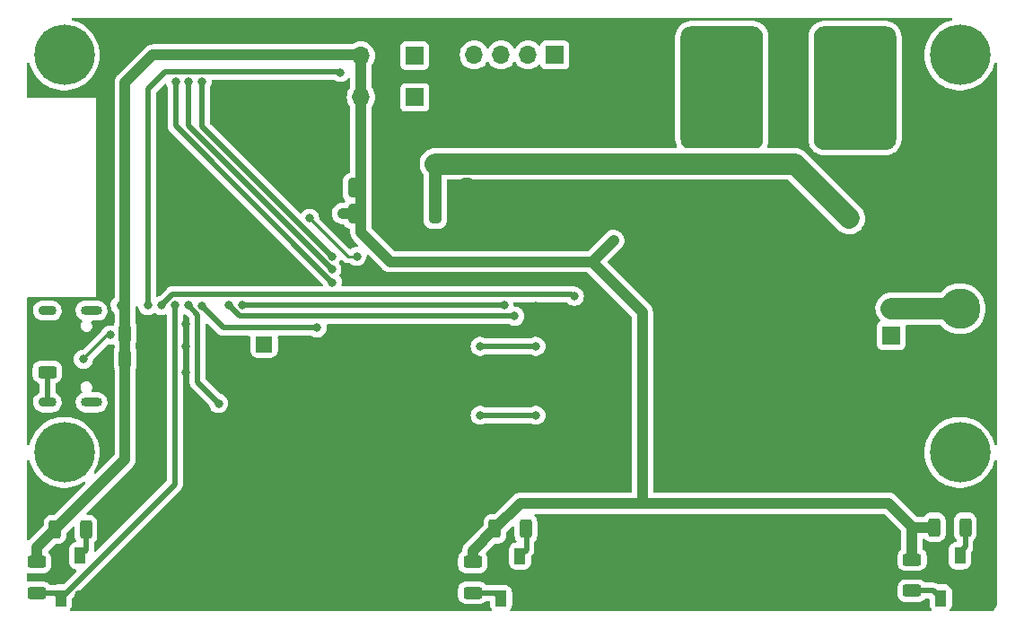
<source format=gbl>
G04 #@! TF.GenerationSoftware,KiCad,Pcbnew,7.0.8*
G04 #@! TF.CreationDate,2023-10-29T22:23:11+01:00*
G04 #@! TF.ProjectId,sumec,73756d65-632e-46b6-9963-61645f706362,rev?*
G04 #@! TF.SameCoordinates,Original*
G04 #@! TF.FileFunction,Copper,L2,Bot*
G04 #@! TF.FilePolarity,Positive*
%FSLAX46Y46*%
G04 Gerber Fmt 4.6, Leading zero omitted, Abs format (unit mm)*
G04 Created by KiCad (PCBNEW 7.0.8) date 2023-10-29 22:23:11*
%MOMM*%
%LPD*%
G01*
G04 APERTURE LIST*
G04 Aperture macros list*
%AMRoundRect*
0 Rectangle with rounded corners*
0 $1 Rounding radius*
0 $2 $3 $4 $5 $6 $7 $8 $9 X,Y pos of 4 corners*
0 Add a 4 corners polygon primitive as box body*
4,1,4,$2,$3,$4,$5,$6,$7,$8,$9,$2,$3,0*
0 Add four circle primitives for the rounded corners*
1,1,$1+$1,$2,$3*
1,1,$1+$1,$4,$5*
1,1,$1+$1,$6,$7*
1,1,$1+$1,$8,$9*
0 Add four rect primitives between the rounded corners*
20,1,$1+$1,$2,$3,$4,$5,0*
20,1,$1+$1,$4,$5,$6,$7,0*
20,1,$1+$1,$6,$7,$8,$9,0*
20,1,$1+$1,$8,$9,$2,$3,0*%
G04 Aperture macros list end*
G04 #@! TA.AperFunction,ComponentPad*
%ADD10C,5.700000*%
G04 #@! TD*
G04 #@! TA.AperFunction,ComponentPad*
%ADD11RoundRect,0.250000X-0.550000X-0.550000X0.550000X-0.550000X0.550000X0.550000X-0.550000X0.550000X0*%
G04 #@! TD*
G04 #@! TA.AperFunction,ComponentPad*
%ADD12R,3.800000X3.800000*%
G04 #@! TD*
G04 #@! TA.AperFunction,ComponentPad*
%ADD13C,3.800000*%
G04 #@! TD*
G04 #@! TA.AperFunction,ComponentPad*
%ADD14R,1.700000X1.700000*%
G04 #@! TD*
G04 #@! TA.AperFunction,ComponentPad*
%ADD15O,1.700000X1.700000*%
G04 #@! TD*
G04 #@! TA.AperFunction,ComponentPad*
%ADD16O,2.000000X0.900000*%
G04 #@! TD*
G04 #@! TA.AperFunction,ComponentPad*
%ADD17O,1.700000X0.900000*%
G04 #@! TD*
G04 #@! TA.AperFunction,SMDPad,CuDef*
%ADD18RoundRect,0.250000X-0.625000X0.312500X-0.625000X-0.312500X0.625000X-0.312500X0.625000X0.312500X0*%
G04 #@! TD*
G04 #@! TA.AperFunction,SMDPad,CuDef*
%ADD19RoundRect,0.250000X0.312500X0.625000X-0.312500X0.625000X-0.312500X-0.625000X0.312500X-0.625000X0*%
G04 #@! TD*
G04 #@! TA.AperFunction,SMDPad,CuDef*
%ADD20RoundRect,0.250000X-0.325000X-0.650000X0.325000X-0.650000X0.325000X0.650000X-0.325000X0.650000X0*%
G04 #@! TD*
G04 #@! TA.AperFunction,ComponentPad*
%ADD21RoundRect,0.275000X0.275000X0.525000X-0.275000X0.525000X-0.275000X-0.525000X0.275000X-0.525000X0*%
G04 #@! TD*
G04 #@! TA.AperFunction,ComponentPad*
%ADD22O,1.100000X1.600000*%
G04 #@! TD*
G04 #@! TA.AperFunction,SMDPad,CuDef*
%ADD23RoundRect,0.250000X0.625000X-0.312500X0.625000X0.312500X-0.625000X0.312500X-0.625000X-0.312500X0*%
G04 #@! TD*
G04 #@! TA.AperFunction,ViaPad*
%ADD24C,0.800000*%
G04 #@! TD*
G04 #@! TA.AperFunction,ViaPad*
%ADD25C,1.500000*%
G04 #@! TD*
G04 #@! TA.AperFunction,Conductor*
%ADD26C,0.508000*%
G04 #@! TD*
G04 #@! TA.AperFunction,Conductor*
%ADD27C,1.000000*%
G04 #@! TD*
G04 #@! TA.AperFunction,Conductor*
%ADD28C,0.900000*%
G04 #@! TD*
G04 #@! TA.AperFunction,Conductor*
%ADD29C,2.000000*%
G04 #@! TD*
G04 #@! TA.AperFunction,Conductor*
%ADD30C,0.300000*%
G04 #@! TD*
G04 #@! TA.AperFunction,Conductor*
%ADD31C,0.250000*%
G04 #@! TD*
G04 #@! TA.AperFunction,Conductor*
%ADD32C,1.150000*%
G04 #@! TD*
G04 #@! TA.AperFunction,Conductor*
%ADD33C,0.254000*%
G04 #@! TD*
G04 APERTURE END LIST*
D10*
X154500000Y-48250000D03*
X239000000Y-85750000D03*
X154500000Y-85750000D03*
X239000000Y-48250000D03*
D11*
X173350000Y-75550000D03*
D12*
X239014000Y-77201400D03*
D13*
X239014000Y-72201400D03*
D14*
X200800000Y-48250000D03*
D15*
X198260000Y-48250000D03*
X195720000Y-48250000D03*
X193180000Y-48250000D03*
D14*
X187590000Y-52250000D03*
D15*
X185050000Y-52250000D03*
X182510000Y-52250000D03*
D14*
X232537000Y-74701400D03*
D15*
X232537000Y-72161400D03*
D14*
X187575000Y-48325000D03*
D15*
X185035000Y-48325000D03*
X182495000Y-48325000D03*
D16*
X157078000Y-72383000D03*
X157078000Y-81033000D03*
D17*
X152908000Y-72383000D03*
X152908000Y-81033000D03*
D18*
X234492800Y-95870300D03*
X234492800Y-98795300D03*
D19*
X239511300Y-92811600D03*
X236586300Y-92811600D03*
D20*
X189500000Y-60756800D03*
X192450000Y-60756800D03*
D21*
X197500000Y-95536000D03*
D22*
X197500000Y-99536000D03*
D21*
X195700000Y-99536000D03*
D22*
X195700000Y-95536000D03*
D21*
X156000000Y-95500000D03*
D22*
X156000000Y-99500000D03*
D21*
X154200000Y-99500000D03*
D22*
X154200000Y-95500000D03*
D20*
X181875000Y-60800000D03*
X184825000Y-60800000D03*
D19*
X156554900Y-93014800D03*
X153629900Y-93014800D03*
X198058500Y-92964000D03*
X195133500Y-92964000D03*
D18*
X151892000Y-96073500D03*
X151892000Y-98998500D03*
D20*
X160250000Y-76911200D03*
X163200000Y-76911200D03*
D18*
X193040000Y-96073500D03*
X193040000Y-98998500D03*
D20*
X181875000Y-63250000D03*
X184825000Y-63250000D03*
X160250000Y-74523600D03*
X163200000Y-74523600D03*
D21*
X239000000Y-95500000D03*
D22*
X239000000Y-99500000D03*
D21*
X237200000Y-99500000D03*
D22*
X237200000Y-95500000D03*
D23*
X152908000Y-78170500D03*
X152908000Y-75245500D03*
D20*
X189500000Y-63246000D03*
X192450000Y-63246000D03*
D24*
X230450000Y-51200000D03*
X231450000Y-49750000D03*
X229050000Y-49750000D03*
X226700000Y-49750000D03*
X229050000Y-47100000D03*
X227700000Y-51200000D03*
X227700000Y-48350000D03*
X226650000Y-52500000D03*
X226650000Y-47100000D03*
X231450000Y-52500000D03*
X231450000Y-47100000D03*
X229050000Y-52500000D03*
X230450000Y-48350000D03*
X215200000Y-51200000D03*
X217950000Y-51200000D03*
X217950000Y-48350000D03*
X215200000Y-48350000D03*
X216550000Y-49750000D03*
X216550000Y-52500000D03*
X216550000Y-47100000D03*
X218950000Y-49750000D03*
X214200000Y-49750000D03*
X214150000Y-52500000D03*
X218950000Y-52500000D03*
X218950000Y-47100000D03*
X214150000Y-47100000D03*
X151950000Y-90100000D03*
X199000000Y-71900000D03*
X199000000Y-84100000D03*
X199000000Y-77800000D03*
X166268400Y-66344800D03*
X165963600Y-73609200D03*
X165963600Y-78206600D03*
X173228000Y-57429400D03*
X160248600Y-90093800D03*
X173228000Y-51054000D03*
X178511200Y-57404000D03*
X187553600Y-61722000D03*
X165963600Y-75742800D03*
X162384000Y-71882000D03*
X180550000Y-49900000D03*
X166194000Y-71882000D03*
X169062400Y-81127600D03*
X164924000Y-71882000D03*
X161175700Y-49949100D03*
X206349600Y-65735200D03*
X180750000Y-63200000D03*
X194832800Y-67750000D03*
X159844000Y-71882000D03*
X160224600Y-83616800D03*
X156311600Y-76962000D03*
X158851600Y-74676000D03*
X163654000Y-71882000D03*
X202631600Y-71028000D03*
X193750000Y-82250000D03*
X199000000Y-82250000D03*
D25*
X189534800Y-58521600D03*
X228549200Y-63652400D03*
D24*
X199000000Y-75750000D03*
X193750000Y-75750000D03*
X197000000Y-72898000D03*
X170004000Y-71882000D03*
X171274000Y-71882000D03*
X196000000Y-71882000D03*
X177655000Y-63655000D03*
X182118000Y-67259200D03*
X167500000Y-50750000D03*
X179750000Y-67250000D03*
X179750884Y-68457916D03*
X166250000Y-50750000D03*
X165000000Y-50750000D03*
X179781200Y-69697600D03*
X167464000Y-71900000D03*
X178350500Y-74000000D03*
D26*
X171020000Y-72898000D02*
X170004000Y-71882000D01*
X197000000Y-72898000D02*
X171020000Y-72898000D01*
X171274000Y-71882000D02*
X196000000Y-71882000D01*
X164018000Y-49850000D02*
X162384000Y-51484000D01*
X180550000Y-49900000D02*
X180500000Y-49850000D01*
X180500000Y-49850000D02*
X164018000Y-49850000D01*
X162384000Y-51484000D02*
X162384000Y-71882000D01*
D27*
X182420000Y-48250000D02*
X162874800Y-48250000D01*
X182500000Y-65000000D02*
X182500000Y-48330000D01*
X182500000Y-48330000D02*
X182420000Y-48250000D01*
X162874800Y-48250000D02*
X161175700Y-49949100D01*
X182500000Y-63250000D02*
X182450000Y-63200000D01*
X182450000Y-63200000D02*
X180750000Y-63200000D01*
D26*
X239000000Y-95162400D02*
X239000000Y-95500000D01*
X239511300Y-94651100D02*
X239000000Y-95162400D01*
X239511300Y-92811600D02*
X239511300Y-94651100D01*
X169062400Y-81127600D02*
X167100000Y-79165200D01*
X193040000Y-98998500D02*
X195162500Y-98998500D01*
X195689000Y-99314000D02*
X195850000Y-99475000D01*
X167100000Y-79165200D02*
X167100000Y-72788000D01*
X167100000Y-72788000D02*
X166194000Y-71882000D01*
X195162500Y-98998500D02*
X195700000Y-99536000D01*
X153698500Y-98998500D02*
X151892000Y-98998500D01*
X154200000Y-99500000D02*
X153698500Y-98998500D01*
X164936400Y-71894400D02*
X164936400Y-88763600D01*
X164924000Y-71882000D02*
X164936400Y-71894400D01*
X164936400Y-88763600D02*
X154200000Y-99500000D01*
D27*
X160250000Y-86394700D02*
X151892000Y-94752700D01*
X197550500Y-90547000D02*
X232279000Y-90547000D01*
X160250000Y-86394700D02*
X160250000Y-71882000D01*
X193040000Y-96073500D02*
X193040000Y-95057500D01*
X193040000Y-95057500D02*
X195133500Y-92964000D01*
X209042000Y-72491600D02*
X204300400Y-67750000D01*
X160250000Y-50874800D02*
X161175700Y-49949100D01*
X160250000Y-71882000D02*
X160250000Y-50874800D01*
X209042000Y-90547000D02*
X209042000Y-72491600D01*
X195133500Y-92964000D02*
X197550500Y-90547000D01*
D28*
X159844000Y-71882000D02*
X160250000Y-71882000D01*
D27*
X204334800Y-67750000D02*
X204300400Y-67750000D01*
X234492800Y-95870300D02*
X234492800Y-92811600D01*
X234543600Y-92811600D02*
X236586300Y-92811600D01*
X151892000Y-94752700D02*
X151892000Y-96073500D01*
X194832800Y-67750000D02*
X185250000Y-67750000D01*
X185250000Y-67750000D02*
X182500000Y-65000000D01*
X206349600Y-65735200D02*
X204334800Y-67750000D01*
X232279000Y-90547000D02*
X234543600Y-92811600D01*
X204300400Y-67750000D02*
X194832800Y-67750000D01*
D26*
X194832800Y-67750000D02*
X195250000Y-67750000D01*
D27*
X182500000Y-65000000D02*
X182500000Y-63250000D01*
D29*
X239014000Y-72201400D02*
X232577000Y-72201400D01*
X232577000Y-72201400D02*
X232537000Y-72161400D01*
D30*
X158597600Y-74676000D02*
X156311600Y-76962000D01*
X158851600Y-74676000D02*
X158597600Y-74676000D01*
D26*
X236495300Y-98795300D02*
X237200000Y-99500000D01*
X234492800Y-98795300D02*
X236495300Y-98795300D01*
X164720800Y-70815200D02*
X163654000Y-71882000D01*
X202631600Y-71028000D02*
X202418800Y-70815200D01*
X202418800Y-70815200D02*
X164720800Y-70815200D01*
X152908000Y-80992000D02*
X152908000Y-78170500D01*
X199000000Y-82250000D02*
X193750000Y-82250000D01*
X198109300Y-92760800D02*
X198109300Y-94926700D01*
X198109300Y-94926700D02*
X197500000Y-95536000D01*
D31*
X197612000Y-95487000D02*
X197650000Y-95525000D01*
D26*
X197500000Y-95536000D02*
X197500000Y-95500000D01*
X156554900Y-93014800D02*
X156554900Y-94945100D01*
X156554900Y-94945100D02*
X156000000Y-95500000D01*
D29*
X223418400Y-58521600D02*
X228549200Y-63652400D01*
D32*
X189500000Y-58556400D02*
X189534800Y-58521600D01*
X189500000Y-60756800D02*
X189500000Y-63246000D01*
D29*
X189534800Y-58521600D02*
X223418400Y-58521600D01*
D32*
X189500000Y-60756800D02*
X189500000Y-58556400D01*
D26*
X193750000Y-75750000D02*
X199000000Y-75750000D01*
D33*
X181259200Y-67259200D02*
X177655000Y-63655000D01*
X182118000Y-67259200D02*
X181259200Y-67259200D01*
D26*
X167500000Y-55000000D02*
X179750000Y-67250000D01*
X167500000Y-50750000D02*
X167500000Y-55000000D01*
X179750884Y-68457916D02*
X166250000Y-54957032D01*
X166250000Y-54957032D02*
X166250000Y-50750000D01*
X179781200Y-69697600D02*
X165000000Y-54916400D01*
X165000000Y-54916400D02*
X165000000Y-50750000D01*
X167464000Y-71944968D02*
X169519032Y-74000000D01*
X167464000Y-71900000D02*
X167464000Y-71944968D01*
X169519032Y-74000000D02*
X178350500Y-74000000D01*
G04 #@! TA.AperFunction,Conductor*
G36*
X238239403Y-44770185D02*
G01*
X238285158Y-44822989D01*
X238295102Y-44892147D01*
X238266077Y-44955703D01*
X238207299Y-44993477D01*
X238199020Y-44995601D01*
X238102330Y-45016883D01*
X237872363Y-45094369D01*
X237758031Y-45132892D01*
X237758028Y-45132893D01*
X237758020Y-45132896D01*
X237428300Y-45285440D01*
X237428296Y-45285442D01*
X237196453Y-45424937D01*
X237116981Y-45472755D01*
X237052121Y-45522060D01*
X236827755Y-45692617D01*
X236827745Y-45692625D01*
X236563978Y-45942479D01*
X236328772Y-46219386D01*
X236124884Y-46520098D01*
X236124878Y-46520107D01*
X235954706Y-46841086D01*
X235954700Y-46841098D01*
X235820226Y-47178603D01*
X235820221Y-47178618D01*
X235723030Y-47528670D01*
X235723024Y-47528696D01*
X235664250Y-47887200D01*
X235664248Y-47887217D01*
X235644579Y-48249997D01*
X235644579Y-48250002D01*
X235664248Y-48612782D01*
X235664250Y-48612799D01*
X235723024Y-48971303D01*
X235723030Y-48971329D01*
X235820221Y-49321381D01*
X235820226Y-49321396D01*
X235954700Y-49658901D01*
X235954706Y-49658913D01*
X236124878Y-49979892D01*
X236124881Y-49979897D01*
X236124883Y-49979900D01*
X236226828Y-50130257D01*
X236328772Y-50280613D01*
X236550941Y-50542171D01*
X236563979Y-50557521D01*
X236827746Y-50807375D01*
X237116981Y-51027245D01*
X237428292Y-51214555D01*
X237428294Y-51214556D01*
X237428296Y-51214557D01*
X237428300Y-51214559D01*
X237700698Y-51340583D01*
X237758031Y-51367108D01*
X238102330Y-51483116D01*
X238457153Y-51561218D01*
X238818341Y-51600500D01*
X238818347Y-51600500D01*
X239181653Y-51600500D01*
X239181659Y-51600500D01*
X239542847Y-51561218D01*
X239897670Y-51483116D01*
X240241969Y-51367108D01*
X240571708Y-51214555D01*
X240883019Y-51027245D01*
X241172254Y-50807375D01*
X241436021Y-50557521D01*
X241671227Y-50280614D01*
X241875117Y-49979900D01*
X242045298Y-49658905D01*
X242179775Y-49321391D01*
X242191057Y-49280758D01*
X242256020Y-49046783D01*
X242292922Y-48987453D01*
X242356042Y-48957492D01*
X242425340Y-48966413D01*
X242478814Y-49011383D01*
X242499486Y-49078124D01*
X242499500Y-49079956D01*
X242499500Y-84920043D01*
X242479815Y-84987082D01*
X242427011Y-85032837D01*
X242357853Y-85042781D01*
X242294297Y-85013756D01*
X242256523Y-84954978D01*
X242256020Y-84953217D01*
X242179776Y-84678614D01*
X242179773Y-84678603D01*
X242045299Y-84341098D01*
X242045298Y-84341095D01*
X241875117Y-84020100D01*
X241671227Y-83719386D01*
X241436021Y-83442479D01*
X241172254Y-83192625D01*
X241172244Y-83192617D01*
X241065067Y-83111144D01*
X240883019Y-82972755D01*
X240571708Y-82785445D01*
X240571707Y-82785444D01*
X240571703Y-82785442D01*
X240571699Y-82785440D01*
X240241979Y-82632896D01*
X240241974Y-82632894D01*
X240241969Y-82632892D01*
X240074143Y-82576344D01*
X239897669Y-82516883D01*
X239542845Y-82438781D01*
X239181660Y-82399500D01*
X239181659Y-82399500D01*
X238818341Y-82399500D01*
X238818339Y-82399500D01*
X238457154Y-82438781D01*
X238102330Y-82516883D01*
X237836178Y-82606560D01*
X237758031Y-82632892D01*
X237758028Y-82632893D01*
X237758020Y-82632896D01*
X237428300Y-82785440D01*
X237428296Y-82785442D01*
X237199860Y-82922888D01*
X237116981Y-82972755D01*
X237036220Y-83034148D01*
X236827755Y-83192617D01*
X236827745Y-83192625D01*
X236563978Y-83442479D01*
X236328772Y-83719386D01*
X236124884Y-84020098D01*
X236124878Y-84020107D01*
X235954706Y-84341086D01*
X235954700Y-84341098D01*
X235820226Y-84678603D01*
X235820221Y-84678618D01*
X235723030Y-85028670D01*
X235723024Y-85028696D01*
X235664250Y-85387200D01*
X235664248Y-85387217D01*
X235644579Y-85749997D01*
X235644579Y-85750002D01*
X235664248Y-86112782D01*
X235664250Y-86112799D01*
X235723024Y-86471303D01*
X235723030Y-86471329D01*
X235820221Y-86821381D01*
X235820226Y-86821396D01*
X235954700Y-87158901D01*
X235954706Y-87158913D01*
X236124878Y-87479892D01*
X236124884Y-87479901D01*
X236311451Y-87755067D01*
X236328773Y-87780614D01*
X236563979Y-88057521D01*
X236827746Y-88307375D01*
X237116981Y-88527245D01*
X237428292Y-88714555D01*
X237428294Y-88714556D01*
X237428296Y-88714557D01*
X237428300Y-88714559D01*
X237692966Y-88837006D01*
X237758031Y-88867108D01*
X238102330Y-88983116D01*
X238457153Y-89061218D01*
X238818341Y-89100500D01*
X238818347Y-89100500D01*
X239181653Y-89100500D01*
X239181659Y-89100500D01*
X239542847Y-89061218D01*
X239897670Y-88983116D01*
X240241969Y-88867108D01*
X240571708Y-88714555D01*
X240883019Y-88527245D01*
X241172254Y-88307375D01*
X241436021Y-88057521D01*
X241671227Y-87780614D01*
X241875117Y-87479900D01*
X242045298Y-87158905D01*
X242179775Y-86821391D01*
X242194669Y-86767749D01*
X242256020Y-86546783D01*
X242292922Y-86487453D01*
X242356042Y-86457492D01*
X242425340Y-86466413D01*
X242478814Y-86511383D01*
X242499486Y-86578124D01*
X242499500Y-86579956D01*
X242499500Y-99996951D01*
X242499201Y-100003032D01*
X242486296Y-100134064D01*
X242481554Y-100157906D01*
X242445993Y-100275134D01*
X242436690Y-100297592D01*
X242378942Y-100405630D01*
X242365438Y-100425840D01*
X242287725Y-100520535D01*
X242270535Y-100537725D01*
X242175840Y-100615438D01*
X242155630Y-100628942D01*
X242047592Y-100686690D01*
X242025134Y-100695993D01*
X241907906Y-100731554D01*
X241884064Y-100736296D01*
X241753033Y-100749201D01*
X241746952Y-100749500D01*
X238146585Y-100749500D01*
X238079546Y-100729815D01*
X238033791Y-100677011D01*
X238023847Y-100607853D01*
X238052872Y-100544297D01*
X238058904Y-100537819D01*
X238066746Y-100529977D01*
X238085147Y-100511576D01*
X238178122Y-100363606D01*
X238235841Y-100198657D01*
X238250500Y-100068552D01*
X238250500Y-98931448D01*
X238235841Y-98801343D01*
X238178122Y-98636394D01*
X238085147Y-98488424D01*
X237961576Y-98364853D01*
X237813606Y-98271878D01*
X237813605Y-98271877D01*
X237813604Y-98271877D01*
X237648658Y-98214159D01*
X237648648Y-98214157D01*
X237518558Y-98199500D01*
X237518552Y-98199500D01*
X237004180Y-98199500D01*
X236937141Y-98179815D01*
X236924476Y-98170491D01*
X236912726Y-98160632D01*
X236906694Y-98156665D01*
X236906722Y-98156621D01*
X236900261Y-98152504D01*
X236900234Y-98152550D01*
X236894090Y-98148760D01*
X236824108Y-98116127D01*
X236755115Y-98081477D01*
X236748331Y-98079008D01*
X236748349Y-98078958D01*
X236741107Y-98076441D01*
X236741091Y-98076491D01*
X236734238Y-98074220D01*
X236658611Y-98058604D01*
X236583481Y-98040798D01*
X236576314Y-98039961D01*
X236576320Y-98039907D01*
X236568705Y-98039129D01*
X236568701Y-98039183D01*
X236561510Y-98038553D01*
X236484318Y-98040800D01*
X235788530Y-98040800D01*
X235721491Y-98021115D01*
X235700849Y-98004481D01*
X235586457Y-97890089D01*
X235586456Y-97890088D01*
X235437134Y-97797986D01*
X235270597Y-97742801D01*
X235270595Y-97742800D01*
X235167810Y-97732300D01*
X233817798Y-97732300D01*
X233817781Y-97732301D01*
X233715003Y-97742800D01*
X233715000Y-97742801D01*
X233548468Y-97797985D01*
X233548463Y-97797987D01*
X233399142Y-97890089D01*
X233275089Y-98014142D01*
X233182987Y-98163463D01*
X233182985Y-98163468D01*
X233155149Y-98247470D01*
X233127801Y-98330003D01*
X233127801Y-98330004D01*
X233127800Y-98330004D01*
X233117300Y-98432783D01*
X233117300Y-99157801D01*
X233117301Y-99157819D01*
X233127800Y-99260596D01*
X233127801Y-99260599D01*
X233182985Y-99427131D01*
X233182986Y-99427134D01*
X233275088Y-99576456D01*
X233399144Y-99700512D01*
X233548466Y-99792614D01*
X233715003Y-99847799D01*
X233817791Y-99858300D01*
X235167808Y-99858299D01*
X235270597Y-99847799D01*
X235437134Y-99792614D01*
X235586456Y-99700512D01*
X235700849Y-99586119D01*
X235762172Y-99552634D01*
X235788530Y-99549800D01*
X236025500Y-99549800D01*
X236092539Y-99569485D01*
X236138294Y-99622289D01*
X236149500Y-99673800D01*
X236149500Y-100068558D01*
X236164157Y-100198648D01*
X236164159Y-100198658D01*
X236198778Y-100297592D01*
X236221878Y-100363606D01*
X236260982Y-100425840D01*
X236314853Y-100511576D01*
X236341096Y-100537819D01*
X236374581Y-100599142D01*
X236369597Y-100668834D01*
X236327725Y-100724767D01*
X236262261Y-100749184D01*
X236253415Y-100749500D01*
X196681606Y-100749500D01*
X196614567Y-100729815D01*
X196568812Y-100677011D01*
X196558868Y-100607853D01*
X196582176Y-100553933D01*
X196581442Y-100553472D01*
X196584436Y-100548706D01*
X196584663Y-100548182D01*
X196585135Y-100547587D01*
X196585147Y-100547576D01*
X196678122Y-100399606D01*
X196735841Y-100234657D01*
X196750500Y-100104552D01*
X196750500Y-98967448D01*
X196735841Y-98837343D01*
X196678122Y-98672394D01*
X196585147Y-98524424D01*
X196461576Y-98400853D01*
X196313606Y-98307878D01*
X196313605Y-98307877D01*
X196313604Y-98307877D01*
X196148658Y-98250159D01*
X196148648Y-98250157D01*
X196018558Y-98235500D01*
X196018552Y-98235500D01*
X195381448Y-98235500D01*
X195381439Y-98235500D01*
X195289972Y-98245805D01*
X195257969Y-98243878D01*
X195257857Y-98244838D01*
X195243512Y-98243161D01*
X195243518Y-98243107D01*
X195235905Y-98242329D01*
X195235901Y-98242383D01*
X195228710Y-98241753D01*
X195151518Y-98244000D01*
X194335730Y-98244000D01*
X194268691Y-98224315D01*
X194248049Y-98207681D01*
X194133657Y-98093289D01*
X194133656Y-98093288D01*
X194016644Y-98021115D01*
X193984336Y-98001187D01*
X193984331Y-98001185D01*
X193931498Y-97983678D01*
X193817797Y-97946001D01*
X193817795Y-97946000D01*
X193715010Y-97935500D01*
X192364998Y-97935500D01*
X192364981Y-97935501D01*
X192262203Y-97946000D01*
X192262200Y-97946001D01*
X192095668Y-98001185D01*
X192095663Y-98001187D01*
X191946342Y-98093289D01*
X191822289Y-98217342D01*
X191730187Y-98366663D01*
X191730185Y-98366668D01*
X191708277Y-98432783D01*
X191675001Y-98533203D01*
X191675001Y-98533204D01*
X191675000Y-98533204D01*
X191664500Y-98635983D01*
X191664500Y-99361001D01*
X191664501Y-99361019D01*
X191675000Y-99463796D01*
X191675001Y-99463799D01*
X191727520Y-99622289D01*
X191730186Y-99630334D01*
X191822288Y-99779656D01*
X191946344Y-99903712D01*
X192095666Y-99995814D01*
X192262203Y-100050999D01*
X192364991Y-100061500D01*
X193715008Y-100061499D01*
X193817797Y-100050999D01*
X193984334Y-99995814D01*
X194133656Y-99903712D01*
X194248049Y-99789319D01*
X194309372Y-99755834D01*
X194335730Y-99753000D01*
X194525500Y-99753000D01*
X194592539Y-99772685D01*
X194638294Y-99825489D01*
X194649500Y-99877000D01*
X194649500Y-100104558D01*
X194664157Y-100234648D01*
X194664159Y-100234658D01*
X194686181Y-100297592D01*
X194721878Y-100399606D01*
X194814853Y-100547576D01*
X194814859Y-100547582D01*
X194815337Y-100548182D01*
X194815527Y-100548649D01*
X194818558Y-100553472D01*
X194817713Y-100554002D01*
X194841749Y-100612868D01*
X194828996Y-100681564D01*
X194781128Y-100732460D01*
X194718394Y-100749500D01*
X155146585Y-100749500D01*
X155079546Y-100729815D01*
X155033791Y-100677011D01*
X155023847Y-100607853D01*
X155052872Y-100544297D01*
X155058904Y-100537819D01*
X155066746Y-100529977D01*
X155085147Y-100511576D01*
X155178122Y-100363606D01*
X155235841Y-100198657D01*
X155250500Y-100068552D01*
X155250500Y-99567885D01*
X155270185Y-99500846D01*
X155286814Y-99480209D01*
X165424664Y-89342358D01*
X165438283Y-89330588D01*
X165457694Y-89316139D01*
X165491475Y-89275879D01*
X165495109Y-89271913D01*
X165500983Y-89266041D01*
X165521426Y-89240185D01*
X165571067Y-89181027D01*
X165571071Y-89181018D01*
X165575037Y-89174991D01*
X165575083Y-89175021D01*
X165579195Y-89168566D01*
X165579147Y-89168537D01*
X165582932Y-89162399D01*
X165582938Y-89162392D01*
X165615568Y-89092416D01*
X165650224Y-89023411D01*
X165650225Y-89023403D01*
X165652694Y-89016623D01*
X165652746Y-89016642D01*
X165655259Y-89009415D01*
X165655206Y-89009398D01*
X165657474Y-89002549D01*
X165657479Y-89002540D01*
X165666897Y-88956923D01*
X165673093Y-88926921D01*
X165690900Y-88851787D01*
X165691739Y-88844615D01*
X165691791Y-88844621D01*
X165692569Y-88837006D01*
X165692516Y-88837002D01*
X165693145Y-88829811D01*
X165690900Y-88752653D01*
X165690900Y-82250000D01*
X192844540Y-82250000D01*
X192864326Y-82438256D01*
X192864327Y-82438259D01*
X192922818Y-82618277D01*
X192922821Y-82618284D01*
X193017467Y-82782216D01*
X193144129Y-82922888D01*
X193297265Y-83034148D01*
X193297270Y-83034151D01*
X193470192Y-83111142D01*
X193470197Y-83111144D01*
X193655354Y-83150500D01*
X193655355Y-83150500D01*
X193844644Y-83150500D01*
X193844646Y-83150500D01*
X194029803Y-83111144D01*
X194202730Y-83034151D01*
X194210944Y-83028182D01*
X194276750Y-83004702D01*
X194283831Y-83004500D01*
X198466169Y-83004500D01*
X198533208Y-83024185D01*
X198539056Y-83028183D01*
X198547269Y-83034150D01*
X198547270Y-83034151D01*
X198720192Y-83111142D01*
X198720197Y-83111144D01*
X198905354Y-83150500D01*
X198905355Y-83150500D01*
X199094644Y-83150500D01*
X199094646Y-83150500D01*
X199279803Y-83111144D01*
X199452730Y-83034151D01*
X199605871Y-82922888D01*
X199732533Y-82782216D01*
X199827179Y-82618284D01*
X199885674Y-82438256D01*
X199905460Y-82250000D01*
X199885674Y-82061744D01*
X199827179Y-81881716D01*
X199732533Y-81717784D01*
X199605871Y-81577112D01*
X199605870Y-81577111D01*
X199452734Y-81465851D01*
X199452729Y-81465848D01*
X199279807Y-81388857D01*
X199279802Y-81388855D01*
X199134001Y-81357865D01*
X199094646Y-81349500D01*
X198905354Y-81349500D01*
X198872897Y-81356398D01*
X198720197Y-81388855D01*
X198720192Y-81388857D01*
X198547270Y-81465848D01*
X198547269Y-81465849D01*
X198539056Y-81471817D01*
X198473250Y-81495298D01*
X198466169Y-81495500D01*
X194283831Y-81495500D01*
X194216792Y-81475815D01*
X194210944Y-81471817D01*
X194202730Y-81465849D01*
X194202729Y-81465848D01*
X194029807Y-81388857D01*
X194029802Y-81388855D01*
X193884001Y-81357865D01*
X193844646Y-81349500D01*
X193655354Y-81349500D01*
X193622897Y-81356398D01*
X193470197Y-81388855D01*
X193470192Y-81388857D01*
X193297270Y-81465848D01*
X193297265Y-81465851D01*
X193144129Y-81577111D01*
X193017466Y-81717785D01*
X192922821Y-81881715D01*
X192922818Y-81881722D01*
X192864327Y-82061740D01*
X192864326Y-82061744D01*
X192844540Y-82250000D01*
X165690900Y-82250000D01*
X165690900Y-72834668D01*
X165710585Y-72767629D01*
X165763389Y-72721874D01*
X165832547Y-72711930D01*
X165865329Y-72721386D01*
X165914197Y-72743144D01*
X165972148Y-72755461D01*
X166033627Y-72788653D01*
X166034046Y-72789070D01*
X166309181Y-73064205D01*
X166342666Y-73125528D01*
X166345500Y-73151886D01*
X166345500Y-79101200D01*
X166344191Y-79119169D01*
X166340684Y-79143108D01*
X166345264Y-79195441D01*
X166345500Y-79200848D01*
X166345500Y-79209146D01*
X166349325Y-79241874D01*
X166356056Y-79318810D01*
X166357516Y-79325877D01*
X166357464Y-79325887D01*
X166359123Y-79333367D01*
X166359174Y-79333355D01*
X166360839Y-79340380D01*
X166360839Y-79340382D01*
X166360840Y-79340384D01*
X166375522Y-79380725D01*
X166387247Y-79412940D01*
X166411535Y-79486234D01*
X166414586Y-79492775D01*
X166414536Y-79492798D01*
X166417876Y-79499697D01*
X166417925Y-79499673D01*
X166421165Y-79506125D01*
X166463599Y-79570644D01*
X166504131Y-79636356D01*
X166508611Y-79642022D01*
X166508569Y-79642055D01*
X166513401Y-79647986D01*
X166513443Y-79647952D01*
X166518081Y-79653480D01*
X166518085Y-79653485D01*
X166546166Y-79679978D01*
X166574247Y-79706472D01*
X168152351Y-81284575D01*
X168182601Y-81333938D01*
X168235218Y-81495877D01*
X168235221Y-81495884D01*
X168329867Y-81659816D01*
X168382062Y-81717784D01*
X168456529Y-81800488D01*
X168609665Y-81911748D01*
X168609670Y-81911751D01*
X168782592Y-81988742D01*
X168782597Y-81988744D01*
X168967754Y-82028100D01*
X168967755Y-82028100D01*
X169157044Y-82028100D01*
X169157046Y-82028100D01*
X169342203Y-81988744D01*
X169515130Y-81911751D01*
X169668271Y-81800488D01*
X169794933Y-81659816D01*
X169889579Y-81495884D01*
X169948074Y-81315856D01*
X169967860Y-81127600D01*
X169948074Y-80939344D01*
X169889579Y-80759316D01*
X169794933Y-80595384D01*
X169668271Y-80454712D01*
X169668270Y-80454711D01*
X169515134Y-80343451D01*
X169515129Y-80343448D01*
X169342207Y-80266457D01*
X169342203Y-80266456D01*
X169284253Y-80254138D01*
X169222772Y-80220945D01*
X169222354Y-80220529D01*
X167890819Y-78888994D01*
X167857334Y-78827671D01*
X167854500Y-78801313D01*
X167854500Y-73701854D01*
X167874185Y-73634815D01*
X167926989Y-73589060D01*
X167996147Y-73579116D01*
X168059703Y-73608141D01*
X168066181Y-73614173D01*
X168940266Y-74488258D01*
X168952047Y-74501890D01*
X168966493Y-74521294D01*
X169006747Y-74555071D01*
X169010719Y-74558711D01*
X169016591Y-74564583D01*
X169042447Y-74585027D01*
X169101604Y-74634667D01*
X169107641Y-74638637D01*
X169107611Y-74638682D01*
X169114070Y-74642796D01*
X169114099Y-74642750D01*
X169120238Y-74646537D01*
X169120241Y-74646539D01*
X169190223Y-74679172D01*
X169259221Y-74713824D01*
X169259226Y-74713825D01*
X169266011Y-74716295D01*
X169265992Y-74716347D01*
X169273217Y-74718858D01*
X169273235Y-74718807D01*
X169280094Y-74721080D01*
X169312251Y-74727719D01*
X169355721Y-74736695D01*
X169430844Y-74754500D01*
X169430847Y-74754500D01*
X169438018Y-74755339D01*
X169438011Y-74755392D01*
X169445626Y-74756170D01*
X169445631Y-74756117D01*
X169452821Y-74756746D01*
X169452825Y-74756745D01*
X169452826Y-74756746D01*
X169530014Y-74754500D01*
X171932158Y-74754500D01*
X171999197Y-74774185D01*
X172044952Y-74826989D01*
X172055516Y-74891102D01*
X172049500Y-74949981D01*
X172049500Y-76150001D01*
X172049501Y-76150018D01*
X172060000Y-76252796D01*
X172060001Y-76252799D01*
X172115185Y-76419331D01*
X172115187Y-76419336D01*
X172121632Y-76429785D01*
X172207288Y-76568656D01*
X172331344Y-76692712D01*
X172480666Y-76784814D01*
X172647203Y-76839999D01*
X172749991Y-76850500D01*
X173950008Y-76850499D01*
X174052797Y-76839999D01*
X174219334Y-76784814D01*
X174368656Y-76692712D01*
X174492712Y-76568656D01*
X174584814Y-76419334D01*
X174639999Y-76252797D01*
X174650500Y-76150009D01*
X174650500Y-75750000D01*
X192844540Y-75750000D01*
X192864326Y-75938256D01*
X192864327Y-75938259D01*
X192922818Y-76118277D01*
X192922821Y-76118284D01*
X193017467Y-76282216D01*
X193140926Y-76419331D01*
X193144129Y-76422888D01*
X193297265Y-76534148D01*
X193297270Y-76534151D01*
X193470192Y-76611142D01*
X193470197Y-76611144D01*
X193655354Y-76650500D01*
X193655355Y-76650500D01*
X193844644Y-76650500D01*
X193844646Y-76650500D01*
X194029803Y-76611144D01*
X194202730Y-76534151D01*
X194210944Y-76528182D01*
X194276750Y-76504702D01*
X194283831Y-76504500D01*
X198466169Y-76504500D01*
X198533208Y-76524185D01*
X198539056Y-76528183D01*
X198547269Y-76534150D01*
X198547270Y-76534151D01*
X198720192Y-76611142D01*
X198720197Y-76611144D01*
X198905354Y-76650500D01*
X198905355Y-76650500D01*
X199094644Y-76650500D01*
X199094646Y-76650500D01*
X199279803Y-76611144D01*
X199452730Y-76534151D01*
X199605871Y-76422888D01*
X199732533Y-76282216D01*
X199827179Y-76118284D01*
X199885674Y-75938256D01*
X199905460Y-75750000D01*
X199885674Y-75561744D01*
X199827179Y-75381716D01*
X199732533Y-75217784D01*
X199605871Y-75077112D01*
X199605870Y-75077111D01*
X199452734Y-74965851D01*
X199452729Y-74965848D01*
X199279807Y-74888857D01*
X199279802Y-74888855D01*
X199134001Y-74857865D01*
X199094646Y-74849500D01*
X198905354Y-74849500D01*
X198872897Y-74856398D01*
X198720197Y-74888855D01*
X198720192Y-74888857D01*
X198547270Y-74965848D01*
X198547269Y-74965849D01*
X198539056Y-74971817D01*
X198473250Y-74995298D01*
X198466169Y-74995500D01*
X194283831Y-74995500D01*
X194216792Y-74975815D01*
X194210944Y-74971817D01*
X194202730Y-74965849D01*
X194202729Y-74965848D01*
X194029807Y-74888857D01*
X194029802Y-74888855D01*
X193884001Y-74857865D01*
X193844646Y-74849500D01*
X193655354Y-74849500D01*
X193622897Y-74856398D01*
X193470197Y-74888855D01*
X193470192Y-74888857D01*
X193297270Y-74965848D01*
X193297265Y-74965851D01*
X193144129Y-75077111D01*
X193017466Y-75217785D01*
X192922821Y-75381715D01*
X192922818Y-75381722D01*
X192867500Y-75551974D01*
X192864326Y-75561744D01*
X192844540Y-75750000D01*
X174650500Y-75750000D01*
X174650499Y-74949992D01*
X174644483Y-74891100D01*
X174657252Y-74822409D01*
X174705133Y-74771525D01*
X174767841Y-74754500D01*
X177816669Y-74754500D01*
X177883708Y-74774185D01*
X177889556Y-74778183D01*
X177897769Y-74784150D01*
X177897770Y-74784151D01*
X178070692Y-74861142D01*
X178070697Y-74861144D01*
X178255854Y-74900500D01*
X178255855Y-74900500D01*
X178445144Y-74900500D01*
X178445146Y-74900500D01*
X178630303Y-74861144D01*
X178803230Y-74784151D01*
X178956371Y-74672888D01*
X179083033Y-74532216D01*
X179177679Y-74368284D01*
X179236174Y-74188256D01*
X179255960Y-74000000D01*
X179236174Y-73811744D01*
X179236171Y-73811737D01*
X179234822Y-73805383D01*
X179236889Y-73804943D01*
X179235180Y-73744970D01*
X179271264Y-73685139D01*
X179333966Y-73654315D01*
X179355104Y-73652500D01*
X196466169Y-73652500D01*
X196533208Y-73672185D01*
X196539056Y-73676183D01*
X196547269Y-73682150D01*
X196547270Y-73682151D01*
X196720192Y-73759142D01*
X196720197Y-73759144D01*
X196905354Y-73798500D01*
X196905355Y-73798500D01*
X197094644Y-73798500D01*
X197094646Y-73798500D01*
X197279803Y-73759144D01*
X197452730Y-73682151D01*
X197605871Y-73570888D01*
X197732533Y-73430216D01*
X197827179Y-73266284D01*
X197885674Y-73086256D01*
X197905460Y-72898000D01*
X197885674Y-72709744D01*
X197827179Y-72529716D01*
X197732533Y-72365784D01*
X197605871Y-72225112D01*
X197591880Y-72214947D01*
X197452734Y-72113851D01*
X197452729Y-72113848D01*
X197279807Y-72036857D01*
X197279802Y-72036855D01*
X197106953Y-72000116D01*
X197094646Y-71997500D01*
X197029250Y-71997500D01*
X196962211Y-71977815D01*
X196916456Y-71925011D01*
X196905929Y-71886462D01*
X196902736Y-71856081D01*
X196887031Y-71706659D01*
X196899600Y-71637932D01*
X196947332Y-71586908D01*
X197010352Y-71569700D01*
X201852397Y-71569700D01*
X201919436Y-71589385D01*
X201944546Y-71610727D01*
X202025728Y-71700887D01*
X202025735Y-71700893D01*
X202178865Y-71812148D01*
X202178870Y-71812151D01*
X202351792Y-71889142D01*
X202351797Y-71889144D01*
X202536954Y-71928500D01*
X202536955Y-71928500D01*
X202726244Y-71928500D01*
X202726246Y-71928500D01*
X202911403Y-71889144D01*
X203084330Y-71812151D01*
X203237471Y-71700888D01*
X203364133Y-71560216D01*
X203458779Y-71396284D01*
X203517274Y-71216256D01*
X203537060Y-71028000D01*
X203517274Y-70839744D01*
X203458779Y-70659716D01*
X203364133Y-70495784D01*
X203237471Y-70355112D01*
X203147091Y-70289447D01*
X203084334Y-70243851D01*
X203084329Y-70243848D01*
X202911407Y-70166857D01*
X202911402Y-70166855D01*
X202749452Y-70132432D01*
X202719586Y-70121954D01*
X202678611Y-70101376D01*
X202678609Y-70101375D01*
X202678604Y-70101373D01*
X202671823Y-70098905D01*
X202671840Y-70098855D01*
X202664607Y-70096341D01*
X202664591Y-70096391D01*
X202657738Y-70094120D01*
X202582111Y-70078504D01*
X202506981Y-70060698D01*
X202499814Y-70059861D01*
X202499820Y-70059807D01*
X202492205Y-70059029D01*
X202492201Y-70059083D01*
X202485010Y-70058453D01*
X202407818Y-70060700D01*
X180780735Y-70060700D01*
X180713696Y-70041015D01*
X180667941Y-69988211D01*
X180657997Y-69919053D01*
X180662804Y-69898382D01*
X180666874Y-69885856D01*
X180686660Y-69697600D01*
X180666874Y-69509344D01*
X180608379Y-69329316D01*
X180513733Y-69165384D01*
X180501623Y-69151935D01*
X180493676Y-69143108D01*
X180463447Y-69080116D01*
X180472073Y-69010781D01*
X180480532Y-68995970D01*
X180480168Y-68995760D01*
X180503955Y-68954558D01*
X180578063Y-68826200D01*
X180636558Y-68646172D01*
X180656344Y-68457916D01*
X180636558Y-68269660D01*
X180578063Y-68089632D01*
X180483417Y-67925700D01*
X180480168Y-67920072D01*
X180481362Y-67919382D01*
X180460326Y-67860437D01*
X180476146Y-67792382D01*
X180481238Y-67784460D01*
X180552632Y-67660801D01*
X180603198Y-67612585D01*
X180671805Y-67599361D01*
X180736670Y-67625329D01*
X180747700Y-67635119D01*
X180756824Y-67644243D01*
X180766671Y-67656533D01*
X180766889Y-67656354D01*
X180771857Y-67662360D01*
X180822457Y-67709877D01*
X180836447Y-67723866D01*
X180843405Y-67730824D01*
X180848906Y-67735091D01*
X180853345Y-67738882D01*
X180887433Y-67770893D01*
X180905084Y-67780596D01*
X180921334Y-67791271D01*
X180924282Y-67793558D01*
X180937238Y-67803608D01*
X180937241Y-67803610D01*
X180980142Y-67822174D01*
X180985390Y-67824744D01*
X181026366Y-67847272D01*
X181045440Y-67852169D01*
X181045860Y-67852277D01*
X181064264Y-67858577D01*
X181082742Y-67866574D01*
X181126238Y-67873462D01*
X181128924Y-67873888D01*
X181134629Y-67875069D01*
X181179928Y-67886700D01*
X181200058Y-67886700D01*
X181219457Y-67888227D01*
X181239333Y-67891375D01*
X181281979Y-67887343D01*
X181285879Y-67886975D01*
X181291717Y-67886700D01*
X181416053Y-67886700D01*
X181483092Y-67906385D01*
X181508199Y-67927723D01*
X181512129Y-67932088D01*
X181512132Y-67932091D01*
X181512135Y-67932093D01*
X181665265Y-68043348D01*
X181665270Y-68043351D01*
X181838192Y-68120342D01*
X181838197Y-68120344D01*
X182023354Y-68159700D01*
X182023355Y-68159700D01*
X182212644Y-68159700D01*
X182212646Y-68159700D01*
X182397803Y-68120344D01*
X182570730Y-68043351D01*
X182723871Y-67932088D01*
X182850533Y-67791416D01*
X182945179Y-67627484D01*
X183003674Y-67447456D01*
X183023460Y-67259200D01*
X183022382Y-67248946D01*
X183034951Y-67180218D01*
X183082683Y-67129194D01*
X183150423Y-67112076D01*
X183216665Y-67134298D01*
X183233384Y-67148305D01*
X184533566Y-68448487D01*
X184594941Y-68513053D01*
X184594944Y-68513055D01*
X184594947Y-68513058D01*
X184625877Y-68534584D01*
X184645295Y-68548100D01*
X184649050Y-68550932D01*
X184696593Y-68589698D01*
X184727045Y-68605604D01*
X184733756Y-68609671D01*
X184761951Y-68629295D01*
X184818332Y-68653490D01*
X184822567Y-68655501D01*
X184876951Y-68683909D01*
X184909973Y-68693356D01*
X184917365Y-68695989D01*
X184948940Y-68709539D01*
X184948941Y-68709540D01*
X184962054Y-68712234D01*
X185009055Y-68721892D01*
X185013595Y-68723006D01*
X185072582Y-68739886D01*
X185106841Y-68742494D01*
X185114609Y-68743585D01*
X185148255Y-68750500D01*
X185148259Y-68750500D01*
X185209601Y-68750500D01*
X185214308Y-68750678D01*
X185250651Y-68753446D01*
X185275475Y-68755337D01*
X185275475Y-68755336D01*
X185275476Y-68755337D01*
X185309559Y-68750996D01*
X185317389Y-68750500D01*
X194731059Y-68750500D01*
X203834617Y-68750500D01*
X203901656Y-68770185D01*
X203922298Y-68786819D01*
X208005181Y-72869701D01*
X208038666Y-72931024D01*
X208041500Y-72957382D01*
X208041500Y-89422500D01*
X208021815Y-89489539D01*
X207969011Y-89535294D01*
X207917500Y-89546500D01*
X197563177Y-89546500D01*
X197474137Y-89544244D01*
X197474126Y-89544245D01*
X197413771Y-89555062D01*
X197409107Y-89555716D01*
X197348063Y-89561925D01*
X197348055Y-89561927D01*
X197315281Y-89572210D01*
X197307653Y-89574082D01*
X197273849Y-89580141D01*
X197216881Y-89602895D01*
X197212445Y-89604474D01*
X197153914Y-89622840D01*
X197153910Y-89622842D01*
X197123878Y-89639510D01*
X197116784Y-89642879D01*
X197084882Y-89655623D01*
X197084877Y-89655625D01*
X197033656Y-89689381D01*
X197029628Y-89691822D01*
X196976001Y-89721588D01*
X196949934Y-89743965D01*
X196943665Y-89748692D01*
X196914984Y-89767595D01*
X196914978Y-89767600D01*
X196871609Y-89810968D01*
X196868155Y-89814169D01*
X196821602Y-89854136D01*
X196800576Y-89881298D01*
X196795385Y-89887192D01*
X195130397Y-91552181D01*
X195069074Y-91585666D01*
X195042716Y-91588500D01*
X194770999Y-91588500D01*
X194770980Y-91588501D01*
X194668203Y-91599000D01*
X194668200Y-91599001D01*
X194501668Y-91654185D01*
X194501663Y-91654187D01*
X194352342Y-91746289D01*
X194228289Y-91870342D01*
X194136187Y-92019663D01*
X194136185Y-92019668D01*
X194119352Y-92070468D01*
X194081001Y-92186203D01*
X194081001Y-92186204D01*
X194081000Y-92186204D01*
X194070500Y-92288983D01*
X194070500Y-92560716D01*
X194050815Y-92627755D01*
X194034181Y-92648397D01*
X192341531Y-94341047D01*
X192276946Y-94402442D01*
X192241899Y-94452794D01*
X192239062Y-94456556D01*
X192200302Y-94504092D01*
X192200299Y-94504097D01*
X192184392Y-94534547D01*
X192180324Y-94541261D01*
X192160702Y-94569454D01*
X192136509Y-94625830D01*
X192134488Y-94630084D01*
X192106091Y-94684451D01*
X192106090Y-94684452D01*
X192096640Y-94717475D01*
X192094007Y-94724871D01*
X192080459Y-94756443D01*
X192068113Y-94816519D01*
X192066990Y-94821095D01*
X192050113Y-94880077D01*
X192050113Y-94880079D01*
X192047503Y-94914341D01*
X192046414Y-94922108D01*
X192043947Y-94934118D01*
X192039500Y-94955758D01*
X192039500Y-95017098D01*
X192039321Y-95021807D01*
X192036994Y-95052362D01*
X192012275Y-95117713D01*
X191978451Y-95148483D01*
X191946346Y-95168285D01*
X191822289Y-95292342D01*
X191730187Y-95441663D01*
X191730185Y-95441668D01*
X191711638Y-95497639D01*
X191675001Y-95608203D01*
X191675001Y-95608204D01*
X191675000Y-95608204D01*
X191664500Y-95710983D01*
X191664500Y-96436001D01*
X191664501Y-96436019D01*
X191675000Y-96538796D01*
X191675001Y-96538799D01*
X191730185Y-96705331D01*
X191730186Y-96705334D01*
X191822288Y-96854656D01*
X191946344Y-96978712D01*
X192095666Y-97070814D01*
X192262203Y-97125999D01*
X192364991Y-97136500D01*
X193715008Y-97136499D01*
X193817797Y-97125999D01*
X193984334Y-97070814D01*
X194133656Y-96978712D01*
X194257712Y-96854656D01*
X194349814Y-96705334D01*
X194404999Y-96538797D01*
X194415500Y-96436009D01*
X194415499Y-95710992D01*
X194404999Y-95608203D01*
X194349814Y-95441666D01*
X194294823Y-95352511D01*
X194276384Y-95285121D01*
X194297306Y-95218458D01*
X194312673Y-95199746D01*
X195136601Y-94375817D01*
X195197924Y-94342333D01*
X195224282Y-94339499D01*
X195496002Y-94339499D01*
X195496008Y-94339499D01*
X195598797Y-94328999D01*
X195765334Y-94273814D01*
X195914656Y-94181712D01*
X196038712Y-94057656D01*
X196130814Y-93908334D01*
X196185999Y-93741797D01*
X196196500Y-93639009D01*
X196196499Y-93367281D01*
X196216183Y-93300243D01*
X196232813Y-93279606D01*
X196783821Y-92728598D01*
X196845142Y-92695115D01*
X196914834Y-92700099D01*
X196970767Y-92741971D01*
X196995184Y-92807435D01*
X196995500Y-92816281D01*
X196995500Y-93639001D01*
X196995501Y-93639018D01*
X197006000Y-93741796D01*
X197006001Y-93741799D01*
X197061185Y-93908331D01*
X197061189Y-93908340D01*
X197155033Y-94060486D01*
X197173473Y-94127878D01*
X197152550Y-94194542D01*
X197098908Y-94239311D01*
X197063380Y-94248802D01*
X197051349Y-94250157D01*
X197051341Y-94250159D01*
X196886395Y-94307877D01*
X196738423Y-94400853D01*
X196614853Y-94524423D01*
X196521877Y-94672395D01*
X196464159Y-94837341D01*
X196464157Y-94837351D01*
X196449500Y-94967441D01*
X196449500Y-96104558D01*
X196464157Y-96234648D01*
X196464159Y-96234658D01*
X196509280Y-96363604D01*
X196521878Y-96399606D01*
X196614853Y-96547576D01*
X196738424Y-96671147D01*
X196886394Y-96764122D01*
X197051343Y-96821841D01*
X197051349Y-96821841D01*
X197051351Y-96821842D01*
X197092750Y-96826506D01*
X197181442Y-96836499D01*
X197181445Y-96836500D01*
X197181448Y-96836500D01*
X197818555Y-96836500D01*
X197818556Y-96836499D01*
X197948657Y-96821841D01*
X198113606Y-96764122D01*
X198261576Y-96671147D01*
X198385147Y-96547576D01*
X198478122Y-96399606D01*
X198535841Y-96234657D01*
X198550500Y-96104552D01*
X198550500Y-95603885D01*
X198570185Y-95536846D01*
X198586815Y-95516208D01*
X198597561Y-95505461D01*
X198611183Y-95493688D01*
X198630594Y-95479239D01*
X198664375Y-95438979D01*
X198668009Y-95435013D01*
X198673883Y-95429141D01*
X198694327Y-95403284D01*
X198743967Y-95344127D01*
X198743969Y-95344122D01*
X198747937Y-95338090D01*
X198747983Y-95338120D01*
X198752095Y-95331665D01*
X198752048Y-95331636D01*
X198755832Y-95325499D01*
X198755839Y-95325491D01*
X198788472Y-95255508D01*
X198823124Y-95186511D01*
X198823126Y-95186499D01*
X198825593Y-95179724D01*
X198825646Y-95179743D01*
X198828158Y-95172515D01*
X198828107Y-95172498D01*
X198830379Y-95165639D01*
X198845992Y-95090022D01*
X198852510Y-95062521D01*
X198863800Y-95014888D01*
X198863800Y-95014887D01*
X198864639Y-95007715D01*
X198864691Y-95007721D01*
X198865469Y-95000106D01*
X198865416Y-95000102D01*
X198866045Y-94992911D01*
X198865666Y-94979900D01*
X198863800Y-94915752D01*
X198863800Y-94208930D01*
X198883485Y-94141891D01*
X198900119Y-94121249D01*
X198923727Y-94097641D01*
X198963712Y-94057656D01*
X199055814Y-93908334D01*
X199110999Y-93741797D01*
X199121500Y-93639009D01*
X199121499Y-92288992D01*
X199110999Y-92186203D01*
X199055814Y-92019666D01*
X198963712Y-91870344D01*
X198852549Y-91759181D01*
X198819064Y-91697858D01*
X198824048Y-91628166D01*
X198865920Y-91572233D01*
X198931384Y-91547816D01*
X198940230Y-91547500D01*
X209015071Y-91547500D01*
X209018211Y-91547580D01*
X209044842Y-91548930D01*
X209092936Y-91551369D01*
X209108857Y-91548930D01*
X209127633Y-91547500D01*
X231813217Y-91547500D01*
X231880256Y-91567185D01*
X231900898Y-91583819D01*
X233455981Y-93138901D01*
X233489466Y-93200224D01*
X233492300Y-93226582D01*
X233492300Y-94838421D01*
X233472615Y-94905460D01*
X233433399Y-94943958D01*
X233399146Y-94965085D01*
X233275089Y-95089142D01*
X233182987Y-95238463D01*
X233182985Y-95238468D01*
X233155149Y-95322470D01*
X233127801Y-95405003D01*
X233127801Y-95405004D01*
X233127800Y-95405004D01*
X233117300Y-95507783D01*
X233117300Y-96232801D01*
X233117301Y-96232819D01*
X233127800Y-96335596D01*
X233127801Y-96335599D01*
X233182985Y-96502131D01*
X233182987Y-96502136D01*
X233205599Y-96538796D01*
X233275088Y-96651456D01*
X233399144Y-96775512D01*
X233548466Y-96867614D01*
X233715003Y-96922799D01*
X233817791Y-96933300D01*
X235167808Y-96933299D01*
X235270597Y-96922799D01*
X235437134Y-96867614D01*
X235586456Y-96775512D01*
X235710512Y-96651456D01*
X235802614Y-96502134D01*
X235857799Y-96335597D01*
X235868300Y-96232809D01*
X235868300Y-96068558D01*
X237949500Y-96068558D01*
X237964157Y-96198648D01*
X237964159Y-96198658D01*
X238021877Y-96363604D01*
X238021878Y-96363606D01*
X238114853Y-96511576D01*
X238238424Y-96635147D01*
X238386394Y-96728122D01*
X238551343Y-96785841D01*
X238551349Y-96785841D01*
X238551351Y-96785842D01*
X238561301Y-96786963D01*
X238681442Y-96800499D01*
X238681445Y-96800500D01*
X238681448Y-96800500D01*
X239318555Y-96800500D01*
X239318556Y-96800499D01*
X239448657Y-96785841D01*
X239613606Y-96728122D01*
X239761576Y-96635147D01*
X239885147Y-96511576D01*
X239978122Y-96363606D01*
X240035841Y-96198657D01*
X240050500Y-96068552D01*
X240050500Y-95228744D01*
X240070185Y-95161705D01*
X240077231Y-95151836D01*
X240096331Y-95127680D01*
X240112501Y-95108410D01*
X240145967Y-95068527D01*
X240145970Y-95068520D01*
X240149937Y-95062490D01*
X240149984Y-95062521D01*
X240154090Y-95056076D01*
X240154043Y-95056047D01*
X240157835Y-95049898D01*
X240157836Y-95049895D01*
X240157839Y-95049892D01*
X240190476Y-94979900D01*
X240225124Y-94910911D01*
X240225126Y-94910899D01*
X240227593Y-94904124D01*
X240227646Y-94904143D01*
X240230158Y-94896915D01*
X240230107Y-94896898D01*
X240232379Y-94890039D01*
X240234436Y-94880079D01*
X240247992Y-94814422D01*
X240265800Y-94739288D01*
X240265800Y-94739287D01*
X240266639Y-94732115D01*
X240266691Y-94732121D01*
X240267469Y-94724506D01*
X240267416Y-94724502D01*
X240268045Y-94717311D01*
X240265800Y-94640152D01*
X240265800Y-94107330D01*
X240285485Y-94040291D01*
X240302119Y-94019649D01*
X240326506Y-93995262D01*
X240416512Y-93905256D01*
X240508614Y-93755934D01*
X240563799Y-93589397D01*
X240574300Y-93486609D01*
X240574299Y-92136592D01*
X240563799Y-92033803D01*
X240508614Y-91867266D01*
X240416512Y-91717944D01*
X240292456Y-91593888D01*
X240143134Y-91501786D01*
X239976597Y-91446601D01*
X239976595Y-91446600D01*
X239873810Y-91436100D01*
X239148798Y-91436100D01*
X239148780Y-91436101D01*
X239046003Y-91446600D01*
X239046000Y-91446601D01*
X238879468Y-91501785D01*
X238879463Y-91501787D01*
X238730142Y-91593889D01*
X238606089Y-91717942D01*
X238513987Y-91867263D01*
X238513985Y-91867268D01*
X238486149Y-91951270D01*
X238458801Y-92033803D01*
X238458801Y-92033804D01*
X238458800Y-92033804D01*
X238448300Y-92136583D01*
X238448300Y-93486601D01*
X238448301Y-93486618D01*
X238458800Y-93589396D01*
X238458801Y-93589399D01*
X238513985Y-93755931D01*
X238513987Y-93755936D01*
X238606089Y-93905257D01*
X238696094Y-93995262D01*
X238729579Y-94056585D01*
X238724595Y-94126277D01*
X238682723Y-94182210D01*
X238622298Y-94206163D01*
X238551349Y-94214157D01*
X238551341Y-94214159D01*
X238386395Y-94271877D01*
X238238423Y-94364853D01*
X238114853Y-94488423D01*
X238021877Y-94636395D01*
X237964159Y-94801341D01*
X237964157Y-94801351D01*
X237949500Y-94931441D01*
X237949500Y-96068558D01*
X235868300Y-96068558D01*
X235868299Y-95507792D01*
X235866857Y-95493679D01*
X235857799Y-95405003D01*
X235857798Y-95405000D01*
X235843724Y-95362527D01*
X235802614Y-95238466D01*
X235710512Y-95089144D01*
X235586456Y-94965088D01*
X235586453Y-94965085D01*
X235552201Y-94943958D01*
X235505478Y-94892010D01*
X235493300Y-94838421D01*
X235493300Y-94016830D01*
X235512985Y-93949791D01*
X235565789Y-93904036D01*
X235634947Y-93894092D01*
X235698503Y-93923117D01*
X235704981Y-93929149D01*
X235805144Y-94029312D01*
X235954466Y-94121414D01*
X236121003Y-94176599D01*
X236223791Y-94187100D01*
X236948808Y-94187099D01*
X236948816Y-94187098D01*
X236948819Y-94187098D01*
X237005102Y-94181348D01*
X237051597Y-94176599D01*
X237218134Y-94121414D01*
X237367456Y-94029312D01*
X237491512Y-93905256D01*
X237583614Y-93755934D01*
X237638799Y-93589397D01*
X237649300Y-93486609D01*
X237649299Y-92136592D01*
X237638799Y-92033803D01*
X237583614Y-91867266D01*
X237491512Y-91717944D01*
X237367456Y-91593888D01*
X237218134Y-91501786D01*
X237051597Y-91446601D01*
X237051595Y-91446600D01*
X236948810Y-91436100D01*
X236223798Y-91436100D01*
X236223780Y-91436101D01*
X236121003Y-91446600D01*
X236121000Y-91446601D01*
X235954468Y-91501785D01*
X235954463Y-91501787D01*
X235805142Y-91593889D01*
X235681089Y-91717942D01*
X235681088Y-91717944D01*
X235663606Y-91746288D01*
X235659961Y-91752197D01*
X235608013Y-91798921D01*
X235554422Y-91811100D01*
X235009383Y-91811100D01*
X234942344Y-91791415D01*
X234921702Y-91774781D01*
X232995451Y-89848531D01*
X232934061Y-89783949D01*
X232934060Y-89783948D01*
X232934059Y-89783947D01*
X232906204Y-89764559D01*
X232883709Y-89748902D01*
X232879946Y-89746064D01*
X232832413Y-89707305D01*
X232832406Y-89707300D01*
X232801959Y-89691397D01*
X232795251Y-89687334D01*
X232767049Y-89667705D01*
X232767046Y-89667703D01*
X232767045Y-89667703D01*
X232767041Y-89667701D01*
X232710680Y-89643514D01*
X232706424Y-89641493D01*
X232652057Y-89613094D01*
X232652050Y-89613091D01*
X232652049Y-89613091D01*
X232646008Y-89611362D01*
X232619030Y-89603642D01*
X232611630Y-89601008D01*
X232580057Y-89587459D01*
X232580058Y-89587459D01*
X232519966Y-89575109D01*
X232515391Y-89573986D01*
X232456420Y-89557113D01*
X232456425Y-89557113D01*
X232422158Y-89554503D01*
X232414380Y-89553412D01*
X232380742Y-89546500D01*
X232380741Y-89546500D01*
X232319402Y-89546500D01*
X232314695Y-89546321D01*
X232309121Y-89545896D01*
X232253524Y-89541662D01*
X232233589Y-89544201D01*
X232219440Y-89546003D01*
X232211611Y-89546500D01*
X210166500Y-89546500D01*
X210099461Y-89526815D01*
X210053706Y-89474011D01*
X210042500Y-89422500D01*
X210042500Y-72504298D01*
X210044757Y-72415241D01*
X210044756Y-72415240D01*
X210044757Y-72415237D01*
X210033933Y-72354849D01*
X210033280Y-72350187D01*
X210027074Y-72289163D01*
X210027074Y-72289162D01*
X210016784Y-72256368D01*
X210014917Y-72248755D01*
X210013047Y-72238323D01*
X210008858Y-72214947D01*
X209986100Y-72157974D01*
X209984521Y-72153538D01*
X209981378Y-72143521D01*
X209967466Y-72099179D01*
X231032643Y-72099179D01*
X231042918Y-72347634D01*
X231093951Y-72591016D01*
X231093953Y-72591023D01*
X231184342Y-72822670D01*
X231184344Y-72822674D01*
X231311634Y-73036294D01*
X231420502Y-73164834D01*
X231432101Y-73178529D01*
X231447384Y-73193812D01*
X231452477Y-73199579D01*
X231472412Y-73225192D01*
X231471118Y-73226198D01*
X231498804Y-73282311D01*
X231490937Y-73351736D01*
X231450962Y-73402892D01*
X231329452Y-73493855D01*
X231243206Y-73609064D01*
X231243202Y-73609071D01*
X231192908Y-73743917D01*
X231186501Y-73803516D01*
X231186500Y-73803535D01*
X231186500Y-75599270D01*
X231186501Y-75599276D01*
X231192908Y-75658883D01*
X231243202Y-75793728D01*
X231243206Y-75793735D01*
X231329452Y-75908944D01*
X231329455Y-75908947D01*
X231444664Y-75995193D01*
X231444671Y-75995197D01*
X231579517Y-76045491D01*
X231579516Y-76045491D01*
X231586444Y-76046235D01*
X231639127Y-76051900D01*
X233434872Y-76051899D01*
X233494483Y-76045491D01*
X233629331Y-75995196D01*
X233744546Y-75908946D01*
X233830796Y-75793731D01*
X233881091Y-75658883D01*
X233887500Y-75599273D01*
X233887499Y-73825899D01*
X233907184Y-73758861D01*
X233959987Y-73713106D01*
X234011499Y-73701900D01*
X237081515Y-73701900D01*
X237148554Y-73721585D01*
X237177058Y-73746859D01*
X237260647Y-73847900D01*
X237260649Y-73847902D01*
X237260651Y-73847904D01*
X237307447Y-73891848D01*
X237480836Y-74054672D01*
X237480846Y-74054680D01*
X237725193Y-74232208D01*
X237725198Y-74232210D01*
X237725205Y-74232216D01*
X237989896Y-74377732D01*
X237989901Y-74377734D01*
X237989903Y-74377735D01*
X237989904Y-74377736D01*
X238270734Y-74488924D01*
X238270737Y-74488925D01*
X238368259Y-74513964D01*
X238563302Y-74564042D01*
X238710039Y-74582579D01*
X238862963Y-74601899D01*
X238862969Y-74601899D01*
X238862973Y-74601900D01*
X238862975Y-74601900D01*
X239165025Y-74601900D01*
X239165027Y-74601900D01*
X239165032Y-74601899D01*
X239165036Y-74601899D01*
X239244591Y-74591848D01*
X239464698Y-74564042D01*
X239757262Y-74488925D01*
X239758947Y-74488258D01*
X240038095Y-74377736D01*
X240038096Y-74377735D01*
X240038094Y-74377735D01*
X240038104Y-74377732D01*
X240302795Y-74232216D01*
X240547162Y-74054674D01*
X240767349Y-73847904D01*
X240959885Y-73615168D01*
X241121733Y-73360136D01*
X241250341Y-73086830D01*
X241343681Y-72799560D01*
X241400280Y-72502857D01*
X241402548Y-72466807D01*
X241419246Y-72201405D01*
X241419246Y-72201394D01*
X241400281Y-71899953D01*
X241400280Y-71899946D01*
X241400280Y-71899943D01*
X241343681Y-71603240D01*
X241250341Y-71315970D01*
X241216474Y-71244000D01*
X241163398Y-71131206D01*
X241121733Y-71042664D01*
X241093828Y-70998693D01*
X240959888Y-70787636D01*
X240959885Y-70787632D01*
X240767349Y-70554896D01*
X240547162Y-70348126D01*
X240547159Y-70348124D01*
X240547153Y-70348119D01*
X240302806Y-70170591D01*
X240302799Y-70170586D01*
X240302795Y-70170584D01*
X240038104Y-70025068D01*
X240038101Y-70025066D01*
X240038096Y-70025064D01*
X240038095Y-70025063D01*
X239757265Y-69913875D01*
X239757262Y-69913874D01*
X239464695Y-69838757D01*
X239165036Y-69800900D01*
X239165027Y-69800900D01*
X238862973Y-69800900D01*
X238862963Y-69800900D01*
X238563304Y-69838757D01*
X238270737Y-69913874D01*
X238270734Y-69913875D01*
X237989904Y-70025063D01*
X237989903Y-70025064D01*
X237725205Y-70170584D01*
X237725193Y-70170591D01*
X237480846Y-70348119D01*
X237480836Y-70348127D01*
X237260649Y-70554897D01*
X237260647Y-70554899D01*
X237177058Y-70655941D01*
X237119158Y-70695048D01*
X237081515Y-70700900D01*
X232896249Y-70700900D01*
X232870802Y-70698261D01*
X232723234Y-70667318D01*
X232474782Y-70657043D01*
X232474781Y-70657043D01*
X232474779Y-70657043D01*
X232289709Y-70680111D01*
X232228018Y-70687801D01*
X231989684Y-70758756D01*
X231766291Y-70867966D01*
X231766284Y-70867970D01*
X231563901Y-71012469D01*
X231388069Y-71188301D01*
X231243570Y-71390684D01*
X231243566Y-71390691D01*
X231134356Y-71614084D01*
X231063401Y-71852418D01*
X231032643Y-72099179D01*
X209967466Y-72099179D01*
X209966159Y-72095012D01*
X209966158Y-72095010D01*
X209966157Y-72095007D01*
X209956000Y-72076710D01*
X209949485Y-72064971D01*
X209946117Y-72057878D01*
X209933378Y-72025986D01*
X209933377Y-72025983D01*
X209899620Y-71974763D01*
X209897180Y-71970734D01*
X209886379Y-71951275D01*
X209867409Y-71917098D01*
X209867407Y-71917095D01*
X209845033Y-71891034D01*
X209840302Y-71884759D01*
X209835602Y-71877628D01*
X209821402Y-71856081D01*
X209778012Y-71812691D01*
X209774822Y-71809248D01*
X209734867Y-71762706D01*
X209734863Y-71762702D01*
X209707698Y-71741674D01*
X209701811Y-71736490D01*
X205820200Y-67854880D01*
X205786716Y-67793558D01*
X205791700Y-67723866D01*
X205820201Y-67679519D01*
X206387644Y-67112076D01*
X207092940Y-66406781D01*
X207189297Y-66288608D01*
X207283509Y-66108249D01*
X207339486Y-65912618D01*
X207354937Y-65709724D01*
X207341833Y-65606835D01*
X207329231Y-65507879D01*
X207329230Y-65507877D01*
X207329230Y-65507873D01*
X207263416Y-65315328D01*
X207240650Y-65276655D01*
X207160193Y-65139978D01*
X207160192Y-65139977D01*
X207160190Y-65139973D01*
X207023779Y-64988987D01*
X206978579Y-64955796D01*
X206859771Y-64868553D01*
X206859764Y-64868549D01*
X206674874Y-64783597D01*
X206674861Y-64783592D01*
X206476653Y-64737597D01*
X206273238Y-64732444D01*
X206273235Y-64732444D01*
X206072950Y-64768340D01*
X206072945Y-64768342D01*
X205883983Y-64843823D01*
X205883971Y-64843829D01*
X205714082Y-64955796D01*
X205714078Y-64955799D01*
X203956699Y-66713181D01*
X203895376Y-66746666D01*
X203869018Y-66749500D01*
X185715783Y-66749500D01*
X185648744Y-66729815D01*
X185628102Y-66713181D01*
X183536819Y-64621898D01*
X183503334Y-64560575D01*
X183500500Y-64534217D01*
X183500500Y-63262716D01*
X183500798Y-63250936D01*
X183502757Y-63173637D01*
X183502445Y-63171896D01*
X183500500Y-63150018D01*
X183500500Y-58645934D01*
X188034300Y-58645934D01*
X188075229Y-58891216D01*
X188155969Y-59126402D01*
X188155972Y-59126411D01*
X188274325Y-59345108D01*
X188274328Y-59345112D01*
X188398353Y-59504459D01*
X188423996Y-59569453D01*
X188424500Y-59580621D01*
X188424500Y-63946001D01*
X188424501Y-63946019D01*
X188435000Y-64048796D01*
X188435001Y-64048799D01*
X188485010Y-64199713D01*
X188490186Y-64215334D01*
X188582288Y-64364656D01*
X188706344Y-64488712D01*
X188855666Y-64580814D01*
X189022203Y-64635999D01*
X189124991Y-64646500D01*
X189875008Y-64646499D01*
X189875016Y-64646498D01*
X189875019Y-64646498D01*
X189938659Y-64639997D01*
X189977797Y-64635999D01*
X190144334Y-64580814D01*
X190293656Y-64488712D01*
X190417712Y-64364656D01*
X190509814Y-64215334D01*
X190564999Y-64048797D01*
X190575500Y-63946009D01*
X190575500Y-63250936D01*
X190575500Y-60705568D01*
X190575500Y-60146100D01*
X190595185Y-60079061D01*
X190647989Y-60033306D01*
X190699500Y-60022100D01*
X222745510Y-60022100D01*
X222812549Y-60041785D01*
X222833191Y-60058419D01*
X227532071Y-64757300D01*
X227584058Y-64801330D01*
X227674306Y-64877766D01*
X227674310Y-64877768D01*
X227674315Y-64877772D01*
X227887927Y-65005056D01*
X228119576Y-65095446D01*
X228119584Y-65095448D01*
X228119586Y-65095449D01*
X228362963Y-65146481D01*
X228611421Y-65156757D01*
X228858181Y-65125999D01*
X229096513Y-65055044D01*
X229235118Y-64987284D01*
X229319908Y-64945833D01*
X229319909Y-64945832D01*
X229319916Y-64945829D01*
X229522296Y-64801332D01*
X229698132Y-64625496D01*
X229842629Y-64423116D01*
X229951844Y-64199713D01*
X230022799Y-63961381D01*
X230053557Y-63714621D01*
X230043281Y-63466163D01*
X229992249Y-63222786D01*
X229992248Y-63222783D01*
X229992246Y-63222776D01*
X229929150Y-63061078D01*
X229901856Y-62991127D01*
X229896484Y-62982111D01*
X229774572Y-62777515D01*
X229774568Y-62777510D01*
X229774566Y-62777506D01*
X229681855Y-62668042D01*
X229654100Y-62635271D01*
X224548015Y-57529187D01*
X224542924Y-57523422D01*
X224526139Y-57501857D01*
X224457478Y-57438649D01*
X224435529Y-57416700D01*
X224411835Y-57396633D01*
X224343186Y-57333437D01*
X224343185Y-57333436D01*
X224320304Y-57318487D01*
X224314147Y-57313896D01*
X224293294Y-57296234D01*
X224213120Y-57248460D01*
X224135007Y-57197427D01*
X224135004Y-57197425D01*
X224109988Y-57186452D01*
X224103150Y-57182932D01*
X224079675Y-57168944D01*
X223992735Y-57135020D01*
X223907281Y-57097537D01*
X223907277Y-57097536D01*
X223907275Y-57097535D01*
X223880787Y-57090827D01*
X223873467Y-57088482D01*
X223856993Y-57082054D01*
X223848014Y-57078551D01*
X223756688Y-57059401D01*
X223743913Y-57056166D01*
X223666219Y-57036491D01*
X223638990Y-57034235D01*
X223631383Y-57033126D01*
X223611386Y-57028934D01*
X223604637Y-57027519D01*
X223604635Y-57027518D01*
X223511390Y-57023662D01*
X223480467Y-57021100D01*
X223480464Y-57021100D01*
X223449435Y-57021100D01*
X223356180Y-57017243D01*
X223356179Y-57017243D01*
X223329052Y-57020624D01*
X223321381Y-57021100D01*
X220919602Y-57021100D01*
X220852563Y-57001415D01*
X220806808Y-56948611D01*
X220796864Y-56879453D01*
X220810243Y-56838648D01*
X220819781Y-56820806D01*
X220819784Y-56820800D01*
X220830392Y-56798371D01*
X220830392Y-56798370D01*
X220849186Y-56753001D01*
X220857557Y-56729609D01*
X220857557Y-56729610D01*
X220885474Y-56637574D01*
X220914576Y-56541637D01*
X220920607Y-56517560D01*
X220920608Y-56517558D01*
X220920608Y-56517559D01*
X220930189Y-56469387D01*
X220930191Y-56469377D01*
X220933832Y-56444830D01*
X220953374Y-56246412D01*
X220954287Y-56234048D01*
X220955195Y-56215575D01*
X220955500Y-56203160D01*
X220955500Y-56203159D01*
X224694500Y-56203159D01*
X224694805Y-56215575D01*
X224695713Y-56234049D01*
X224696625Y-56246409D01*
X224716168Y-56444838D01*
X224719809Y-56469387D01*
X224729391Y-56517559D01*
X224735422Y-56541636D01*
X224735422Y-56541637D01*
X224792447Y-56729621D01*
X224792447Y-56729620D01*
X224800807Y-56752986D01*
X224819610Y-56798378D01*
X224830215Y-56820799D01*
X224830215Y-56820800D01*
X224922810Y-56994033D01*
X224922811Y-56994034D01*
X224935565Y-57015314D01*
X224935564Y-57015313D01*
X224947467Y-57033126D01*
X224962862Y-57056166D01*
X224977647Y-57076103D01*
X225102257Y-57227939D01*
X225102256Y-57227938D01*
X225118940Y-57246347D01*
X225118941Y-57246347D01*
X225153652Y-57281058D01*
X225153652Y-57281059D01*
X225153662Y-57281068D01*
X225153665Y-57281071D01*
X225172055Y-57297738D01*
X225323896Y-57422352D01*
X225343833Y-57437137D01*
X225364470Y-57450926D01*
X225384686Y-57464435D01*
X225384685Y-57464434D01*
X225405965Y-57477188D01*
X225405966Y-57477189D01*
X225579199Y-57569784D01*
X225601628Y-57580392D01*
X225601629Y-57580392D01*
X225646998Y-57599186D01*
X225670390Y-57607557D01*
X225670389Y-57607557D01*
X225762424Y-57635474D01*
X225858362Y-57664576D01*
X225858368Y-57664577D01*
X225858369Y-57664578D01*
X225882441Y-57670608D01*
X225882440Y-57670608D01*
X225914938Y-57677071D01*
X225930622Y-57680191D01*
X225930629Y-57680192D01*
X225930634Y-57680193D01*
X225930633Y-57680193D01*
X225941250Y-57681767D01*
X225955169Y-57683832D01*
X226153589Y-57703374D01*
X226165950Y-57704287D01*
X226184424Y-57705195D01*
X226190632Y-57705347D01*
X226196840Y-57705500D01*
X226196841Y-57705500D01*
X232003159Y-57705500D01*
X232003160Y-57705500D01*
X232009367Y-57705347D01*
X232015576Y-57705195D01*
X232034050Y-57704287D01*
X232042290Y-57703678D01*
X232046412Y-57703374D01*
X232244830Y-57683832D01*
X232258748Y-57681767D01*
X232269366Y-57680193D01*
X232269365Y-57680193D01*
X232269369Y-57680192D01*
X232269377Y-57680191D01*
X232285060Y-57677071D01*
X232317559Y-57670608D01*
X232317558Y-57670608D01*
X232341630Y-57664578D01*
X232341630Y-57664577D01*
X232341637Y-57664576D01*
X232437574Y-57635474D01*
X232529610Y-57607557D01*
X232529609Y-57607557D01*
X232553001Y-57599186D01*
X232598370Y-57580392D01*
X232598371Y-57580392D01*
X232620800Y-57569784D01*
X232794033Y-57477189D01*
X232794034Y-57477188D01*
X232815314Y-57464434D01*
X232815313Y-57464435D01*
X232835528Y-57450926D01*
X232856166Y-57437137D01*
X232876103Y-57422352D01*
X233027944Y-57297738D01*
X233046334Y-57281071D01*
X233046336Y-57281068D01*
X233046347Y-57281059D01*
X233046347Y-57281058D01*
X233081058Y-57246347D01*
X233081059Y-57246347D01*
X233097743Y-57227938D01*
X233097742Y-57227939D01*
X233222352Y-57076103D01*
X233237137Y-57056166D01*
X233252532Y-57033126D01*
X233264435Y-57015313D01*
X233264434Y-57015314D01*
X233277188Y-56994034D01*
X233277189Y-56994033D01*
X233369784Y-56820800D01*
X233380392Y-56798371D01*
X233380392Y-56798370D01*
X233399186Y-56753001D01*
X233407557Y-56729609D01*
X233407557Y-56729610D01*
X233435474Y-56637574D01*
X233464576Y-56541637D01*
X233470607Y-56517560D01*
X233470608Y-56517558D01*
X233470608Y-56517559D01*
X233480189Y-56469387D01*
X233480191Y-56469377D01*
X233483832Y-56444830D01*
X233503374Y-56246412D01*
X233504287Y-56234048D01*
X233505195Y-56215575D01*
X233505500Y-56203160D01*
X233505500Y-46546839D01*
X233505195Y-46534424D01*
X233504287Y-46515951D01*
X233503374Y-46503587D01*
X233483832Y-46305169D01*
X233480191Y-46280622D01*
X233477071Y-46264938D01*
X233470608Y-46232440D01*
X233470608Y-46232441D01*
X233464578Y-46208369D01*
X233464577Y-46208368D01*
X233464576Y-46208362D01*
X233407557Y-46020390D01*
X233407556Y-46020389D01*
X233399186Y-45996998D01*
X233380392Y-45951629D01*
X233380392Y-45951628D01*
X233369784Y-45929199D01*
X233277189Y-45755966D01*
X233277188Y-45755965D01*
X233264434Y-45734685D01*
X233264435Y-45734686D01*
X233237140Y-45693838D01*
X233237137Y-45693833D01*
X233222352Y-45673896D01*
X233097738Y-45522055D01*
X233081071Y-45503665D01*
X233081066Y-45503660D01*
X233081059Y-45503652D01*
X233081058Y-45503652D01*
X233046347Y-45468941D01*
X233046347Y-45468940D01*
X233027942Y-45452260D01*
X232876103Y-45327647D01*
X232856166Y-45312862D01*
X232815318Y-45285568D01*
X232802508Y-45277890D01*
X232794040Y-45272814D01*
X232794041Y-45272814D01*
X232620806Y-45180219D01*
X232620807Y-45180219D01*
X232606896Y-45173639D01*
X232598378Y-45169611D01*
X232598371Y-45169608D01*
X232598369Y-45169607D01*
X232598367Y-45169606D01*
X232553003Y-45150813D01*
X232529614Y-45142444D01*
X232341637Y-45085422D01*
X232341636Y-45085422D01*
X232341629Y-45085420D01*
X232334362Y-45083600D01*
X232317559Y-45079391D01*
X232269387Y-45069809D01*
X232244836Y-45066168D01*
X232244838Y-45066168D01*
X232086094Y-45050533D01*
X232046410Y-45046625D01*
X232040229Y-45046169D01*
X232034049Y-45045713D01*
X232015575Y-45044805D01*
X232003160Y-45044500D01*
X226196839Y-45044500D01*
X226184421Y-45044805D01*
X226165970Y-45045713D01*
X226165950Y-45045714D01*
X226153591Y-45046626D01*
X226090681Y-45052821D01*
X225955168Y-45066167D01*
X225955167Y-45066167D01*
X225930619Y-45069808D01*
X225930615Y-45069808D01*
X225930608Y-45069810D01*
X225882442Y-45079391D01*
X225868656Y-45082844D01*
X225858379Y-45085418D01*
X225858381Y-45085418D01*
X225858376Y-45085419D01*
X225858370Y-45085421D01*
X225759470Y-45115421D01*
X225670377Y-45142447D01*
X225670378Y-45142447D01*
X225647000Y-45150812D01*
X225646988Y-45150816D01*
X225646985Y-45150818D01*
X225646984Y-45150818D01*
X225611357Y-45165576D01*
X225601625Y-45169608D01*
X225601623Y-45169609D01*
X225601622Y-45169609D01*
X225579196Y-45180217D01*
X225405961Y-45272813D01*
X225395494Y-45279086D01*
X225384894Y-45285440D01*
X225384675Y-45285571D01*
X225343838Y-45312857D01*
X225323902Y-45327642D01*
X225323903Y-45327641D01*
X225172056Y-45452260D01*
X225172050Y-45452265D01*
X225153660Y-45468932D01*
X225153647Y-45468944D01*
X225153647Y-45468945D01*
X225118945Y-45503647D01*
X225118944Y-45503647D01*
X225118934Y-45503657D01*
X225118932Y-45503660D01*
X225118928Y-45503665D01*
X225102260Y-45522056D01*
X225102261Y-45522055D01*
X224977641Y-45673903D01*
X224977642Y-45673902D01*
X224962857Y-45693838D01*
X224935571Y-45734675D01*
X224922813Y-45755961D01*
X224830220Y-45929193D01*
X224830218Y-45929196D01*
X224830217Y-45929196D01*
X224830216Y-45929199D01*
X224819608Y-45951625D01*
X224815576Y-45961357D01*
X224800818Y-45996984D01*
X224800818Y-45996985D01*
X224800812Y-45997000D01*
X224792447Y-46020378D01*
X224792447Y-46020377D01*
X224792443Y-46020390D01*
X224735421Y-46208370D01*
X224735418Y-46208381D01*
X224735418Y-46208379D01*
X224732844Y-46218656D01*
X224729391Y-46232442D01*
X224719810Y-46280608D01*
X224719808Y-46280620D01*
X224719808Y-46280619D01*
X224716167Y-46305167D01*
X224716167Y-46305168D01*
X224696625Y-46503590D01*
X224695713Y-46515950D01*
X224694805Y-46534424D01*
X224694500Y-46546840D01*
X224694500Y-56203159D01*
X220955500Y-56203159D01*
X220955500Y-46546839D01*
X220955195Y-46534424D01*
X220954287Y-46515951D01*
X220953374Y-46503587D01*
X220933832Y-46305169D01*
X220930191Y-46280622D01*
X220927071Y-46264938D01*
X220920608Y-46232440D01*
X220920608Y-46232441D01*
X220914578Y-46208369D01*
X220914577Y-46208368D01*
X220914576Y-46208362D01*
X220857557Y-46020390D01*
X220857556Y-46020389D01*
X220849186Y-45996998D01*
X220830392Y-45951629D01*
X220830392Y-45951628D01*
X220819784Y-45929199D01*
X220727189Y-45755966D01*
X220727188Y-45755965D01*
X220714434Y-45734685D01*
X220714435Y-45734686D01*
X220687140Y-45693838D01*
X220687137Y-45693833D01*
X220672352Y-45673896D01*
X220547738Y-45522055D01*
X220531071Y-45503665D01*
X220531066Y-45503660D01*
X220531059Y-45503652D01*
X220531058Y-45503652D01*
X220496347Y-45468941D01*
X220496347Y-45468940D01*
X220477942Y-45452260D01*
X220326103Y-45327647D01*
X220306166Y-45312862D01*
X220265318Y-45285568D01*
X220252508Y-45277890D01*
X220244040Y-45272814D01*
X220244041Y-45272814D01*
X220070806Y-45180219D01*
X220070807Y-45180219D01*
X220056896Y-45173639D01*
X220048378Y-45169611D01*
X220048371Y-45169608D01*
X220048369Y-45169607D01*
X220048367Y-45169606D01*
X220003003Y-45150813D01*
X219979614Y-45142444D01*
X219791637Y-45085422D01*
X219791636Y-45085422D01*
X219791629Y-45085420D01*
X219784362Y-45083600D01*
X219767559Y-45079391D01*
X219719387Y-45069809D01*
X219694836Y-45066168D01*
X219694838Y-45066168D01*
X219536094Y-45050533D01*
X219496410Y-45046625D01*
X219490229Y-45046169D01*
X219484049Y-45045713D01*
X219465575Y-45044805D01*
X219453160Y-45044500D01*
X213646839Y-45044500D01*
X213634421Y-45044805D01*
X213615970Y-45045713D01*
X213615950Y-45045714D01*
X213603591Y-45046626D01*
X213540681Y-45052821D01*
X213405168Y-45066167D01*
X213405167Y-45066167D01*
X213380619Y-45069808D01*
X213380615Y-45069808D01*
X213380608Y-45069810D01*
X213332442Y-45079391D01*
X213318656Y-45082844D01*
X213308379Y-45085418D01*
X213308381Y-45085418D01*
X213308376Y-45085419D01*
X213308370Y-45085421D01*
X213209470Y-45115421D01*
X213120377Y-45142447D01*
X213120378Y-45142447D01*
X213097000Y-45150812D01*
X213096988Y-45150816D01*
X213096985Y-45150818D01*
X213096984Y-45150818D01*
X213061357Y-45165576D01*
X213051625Y-45169608D01*
X213051623Y-45169609D01*
X213051622Y-45169609D01*
X213029196Y-45180217D01*
X212855961Y-45272813D01*
X212845494Y-45279086D01*
X212834894Y-45285440D01*
X212834675Y-45285571D01*
X212793838Y-45312857D01*
X212773902Y-45327642D01*
X212773903Y-45327641D01*
X212622056Y-45452260D01*
X212622050Y-45452265D01*
X212603660Y-45468932D01*
X212603647Y-45468944D01*
X212603647Y-45468945D01*
X212568945Y-45503647D01*
X212568944Y-45503647D01*
X212568934Y-45503657D01*
X212568932Y-45503660D01*
X212568928Y-45503665D01*
X212552260Y-45522056D01*
X212552261Y-45522055D01*
X212427641Y-45673903D01*
X212427642Y-45673902D01*
X212412857Y-45693838D01*
X212385571Y-45734675D01*
X212372813Y-45755961D01*
X212280220Y-45929193D01*
X212280218Y-45929196D01*
X212280217Y-45929196D01*
X212280216Y-45929199D01*
X212269608Y-45951625D01*
X212265576Y-45961357D01*
X212250818Y-45996984D01*
X212250818Y-45996985D01*
X212250812Y-45997000D01*
X212242447Y-46020378D01*
X212242447Y-46020377D01*
X212242443Y-46020390D01*
X212185421Y-46208370D01*
X212185418Y-46208381D01*
X212185418Y-46208379D01*
X212182844Y-46218656D01*
X212179391Y-46232442D01*
X212169810Y-46280608D01*
X212169808Y-46280620D01*
X212169808Y-46280619D01*
X212166167Y-46305167D01*
X212166167Y-46305168D01*
X212146625Y-46503590D01*
X212145713Y-46515950D01*
X212144805Y-46534424D01*
X212144500Y-46546840D01*
X212144500Y-56203159D01*
X212144805Y-56215575D01*
X212145713Y-56234049D01*
X212146625Y-56246409D01*
X212166168Y-56444838D01*
X212169809Y-56469387D01*
X212179391Y-56517559D01*
X212185422Y-56541636D01*
X212185422Y-56541637D01*
X212242447Y-56729621D01*
X212242447Y-56729620D01*
X212250807Y-56752986D01*
X212250808Y-56752988D01*
X212269609Y-56798375D01*
X212280218Y-56820806D01*
X212289754Y-56838647D01*
X212303997Y-56907047D01*
X212278998Y-56972292D01*
X212222694Y-57013663D01*
X212180397Y-57021100D01*
X189472733Y-57021100D01*
X189453321Y-57022708D01*
X189286986Y-57036490D01*
X189286975Y-57036492D01*
X189045918Y-57097536D01*
X188818193Y-57197426D01*
X188610017Y-57333433D01*
X188427061Y-57501857D01*
X188274324Y-57698093D01*
X188155972Y-57916788D01*
X188155969Y-57916797D01*
X188075229Y-58151983D01*
X188034300Y-58397265D01*
X188034300Y-58645934D01*
X183500500Y-58645934D01*
X183500500Y-53220758D01*
X183520185Y-53153719D01*
X183524898Y-53147870D01*
X186239500Y-53147870D01*
X186239501Y-53147876D01*
X186245908Y-53207483D01*
X186296202Y-53342328D01*
X186296206Y-53342335D01*
X186382452Y-53457544D01*
X186382455Y-53457547D01*
X186497664Y-53543793D01*
X186497671Y-53543797D01*
X186632517Y-53594091D01*
X186632516Y-53594091D01*
X186639444Y-53594835D01*
X186692127Y-53600500D01*
X188487872Y-53600499D01*
X188547483Y-53594091D01*
X188682331Y-53543796D01*
X188797546Y-53457546D01*
X188883796Y-53342331D01*
X188934091Y-53207483D01*
X188940500Y-53147873D01*
X188940499Y-51352128D01*
X188935299Y-51303757D01*
X188934091Y-51292516D01*
X188883797Y-51157671D01*
X188883793Y-51157664D01*
X188797547Y-51042455D01*
X188797544Y-51042452D01*
X188682335Y-50956206D01*
X188682328Y-50956202D01*
X188547482Y-50905908D01*
X188547483Y-50905908D01*
X188487883Y-50899501D01*
X188487881Y-50899500D01*
X188487873Y-50899500D01*
X188487864Y-50899500D01*
X186692129Y-50899500D01*
X186692123Y-50899501D01*
X186632516Y-50905908D01*
X186497671Y-50956202D01*
X186497664Y-50956206D01*
X186382455Y-51042452D01*
X186382452Y-51042455D01*
X186296206Y-51157664D01*
X186296202Y-51157671D01*
X186245908Y-51292517D01*
X186241814Y-51330604D01*
X186239501Y-51352123D01*
X186239500Y-51352135D01*
X186239500Y-53147870D01*
X183524898Y-53147870D01*
X183536819Y-53133077D01*
X183548495Y-53121401D01*
X183684035Y-52927830D01*
X183783903Y-52713663D01*
X183845063Y-52485408D01*
X183865659Y-52250000D01*
X183845063Y-52014592D01*
X183783903Y-51786337D01*
X183684035Y-51572171D01*
X183629987Y-51494981D01*
X183548494Y-51378597D01*
X183536819Y-51366922D01*
X183503334Y-51305599D01*
X183500500Y-51279241D01*
X183500500Y-49280758D01*
X183517498Y-49222870D01*
X186224500Y-49222870D01*
X186224501Y-49222876D01*
X186230908Y-49282483D01*
X186281202Y-49417328D01*
X186281206Y-49417335D01*
X186367452Y-49532544D01*
X186367455Y-49532547D01*
X186482664Y-49618793D01*
X186482671Y-49618797D01*
X186617517Y-49669091D01*
X186617516Y-49669091D01*
X186624444Y-49669835D01*
X186677127Y-49675500D01*
X188472872Y-49675499D01*
X188532483Y-49669091D01*
X188667331Y-49618796D01*
X188782546Y-49532546D01*
X188868796Y-49417331D01*
X188919091Y-49282483D01*
X188925500Y-49222873D01*
X188925499Y-48250000D01*
X191824341Y-48250000D01*
X191844936Y-48485403D01*
X191844938Y-48485413D01*
X191906094Y-48713655D01*
X191906096Y-48713659D01*
X191906097Y-48713663D01*
X191941071Y-48788664D01*
X192005965Y-48927830D01*
X192005967Y-48927834D01*
X192088023Y-49045021D01*
X192141505Y-49121401D01*
X192308599Y-49288495D01*
X192405384Y-49356265D01*
X192502165Y-49424032D01*
X192502167Y-49424033D01*
X192502170Y-49424035D01*
X192716337Y-49523903D01*
X192716343Y-49523904D01*
X192716344Y-49523905D01*
X192748597Y-49532547D01*
X192944592Y-49585063D01*
X193121034Y-49600500D01*
X193179999Y-49605659D01*
X193180000Y-49605659D01*
X193180001Y-49605659D01*
X193238966Y-49600500D01*
X193415408Y-49585063D01*
X193643663Y-49523903D01*
X193857830Y-49424035D01*
X194051401Y-49288495D01*
X194218495Y-49121401D01*
X194348425Y-48935842D01*
X194403002Y-48892217D01*
X194472500Y-48885023D01*
X194534855Y-48916546D01*
X194551575Y-48935842D01*
X194681500Y-49121395D01*
X194681505Y-49121401D01*
X194848599Y-49288495D01*
X194945384Y-49356265D01*
X195042165Y-49424032D01*
X195042167Y-49424033D01*
X195042170Y-49424035D01*
X195256337Y-49523903D01*
X195256343Y-49523904D01*
X195256344Y-49523905D01*
X195288597Y-49532547D01*
X195484592Y-49585063D01*
X195661034Y-49600500D01*
X195719999Y-49605659D01*
X195720000Y-49605659D01*
X195720001Y-49605659D01*
X195778966Y-49600500D01*
X195955408Y-49585063D01*
X196183663Y-49523903D01*
X196397830Y-49424035D01*
X196591401Y-49288495D01*
X196758495Y-49121401D01*
X196888425Y-48935842D01*
X196943002Y-48892217D01*
X197012500Y-48885023D01*
X197074855Y-48916546D01*
X197091575Y-48935842D01*
X197221500Y-49121395D01*
X197221505Y-49121401D01*
X197388599Y-49288495D01*
X197485384Y-49356265D01*
X197582165Y-49424032D01*
X197582167Y-49424033D01*
X197582170Y-49424035D01*
X197796337Y-49523903D01*
X197796343Y-49523904D01*
X197796344Y-49523905D01*
X197828597Y-49532547D01*
X198024592Y-49585063D01*
X198201034Y-49600500D01*
X198259999Y-49605659D01*
X198260000Y-49605659D01*
X198260001Y-49605659D01*
X198318966Y-49600500D01*
X198495408Y-49585063D01*
X198723663Y-49523903D01*
X198937830Y-49424035D01*
X199131401Y-49288495D01*
X199253329Y-49166566D01*
X199314648Y-49133084D01*
X199384340Y-49138068D01*
X199440274Y-49179939D01*
X199457189Y-49210917D01*
X199506202Y-49342328D01*
X199506206Y-49342335D01*
X199592452Y-49457544D01*
X199592455Y-49457547D01*
X199707664Y-49543793D01*
X199707671Y-49543797D01*
X199842517Y-49594091D01*
X199842516Y-49594091D01*
X199849444Y-49594835D01*
X199902127Y-49600500D01*
X201697872Y-49600499D01*
X201757483Y-49594091D01*
X201892331Y-49543796D01*
X202007546Y-49457546D01*
X202093796Y-49342331D01*
X202144091Y-49207483D01*
X202150500Y-49147873D01*
X202150499Y-47352128D01*
X202144091Y-47292517D01*
X202142810Y-47289083D01*
X202093797Y-47157671D01*
X202093793Y-47157664D01*
X202007547Y-47042455D01*
X202007544Y-47042452D01*
X201892335Y-46956206D01*
X201892328Y-46956202D01*
X201757482Y-46905908D01*
X201757483Y-46905908D01*
X201697883Y-46899501D01*
X201697881Y-46899500D01*
X201697873Y-46899500D01*
X201697864Y-46899500D01*
X199902129Y-46899500D01*
X199902123Y-46899501D01*
X199842516Y-46905908D01*
X199707671Y-46956202D01*
X199707664Y-46956206D01*
X199592455Y-47042452D01*
X199592452Y-47042455D01*
X199506206Y-47157664D01*
X199506203Y-47157669D01*
X199457189Y-47289083D01*
X199415317Y-47345016D01*
X199349853Y-47369433D01*
X199281580Y-47354581D01*
X199253326Y-47333430D01*
X199131402Y-47211506D01*
X199131395Y-47211501D01*
X198937834Y-47075967D01*
X198937830Y-47075965D01*
X198937828Y-47075964D01*
X198723663Y-46976097D01*
X198723659Y-46976096D01*
X198723655Y-46976094D01*
X198495413Y-46914938D01*
X198495403Y-46914936D01*
X198260001Y-46894341D01*
X198259999Y-46894341D01*
X198024596Y-46914936D01*
X198024586Y-46914938D01*
X197796344Y-46976094D01*
X197796335Y-46976098D01*
X197582171Y-47075964D01*
X197582169Y-47075965D01*
X197388597Y-47211505D01*
X197221505Y-47378597D01*
X197091575Y-47564158D01*
X197036998Y-47607783D01*
X196967500Y-47614977D01*
X196905145Y-47583454D01*
X196888425Y-47564158D01*
X196758494Y-47378597D01*
X196591402Y-47211506D01*
X196591395Y-47211501D01*
X196397834Y-47075967D01*
X196397830Y-47075965D01*
X196397828Y-47075964D01*
X196183663Y-46976097D01*
X196183659Y-46976096D01*
X196183655Y-46976094D01*
X195955413Y-46914938D01*
X195955403Y-46914936D01*
X195720001Y-46894341D01*
X195719999Y-46894341D01*
X195484596Y-46914936D01*
X195484586Y-46914938D01*
X195256344Y-46976094D01*
X195256335Y-46976098D01*
X195042171Y-47075964D01*
X195042169Y-47075965D01*
X194848597Y-47211505D01*
X194681505Y-47378597D01*
X194551575Y-47564158D01*
X194496998Y-47607783D01*
X194427500Y-47614977D01*
X194365145Y-47583454D01*
X194348425Y-47564158D01*
X194218494Y-47378597D01*
X194051402Y-47211506D01*
X194051395Y-47211501D01*
X193857834Y-47075967D01*
X193857830Y-47075965D01*
X193857828Y-47075964D01*
X193643663Y-46976097D01*
X193643659Y-46976096D01*
X193643655Y-46976094D01*
X193415413Y-46914938D01*
X193415403Y-46914936D01*
X193180001Y-46894341D01*
X193179999Y-46894341D01*
X192944596Y-46914936D01*
X192944586Y-46914938D01*
X192716344Y-46976094D01*
X192716335Y-46976098D01*
X192502171Y-47075964D01*
X192502169Y-47075965D01*
X192308597Y-47211505D01*
X192141505Y-47378597D01*
X192005965Y-47572169D01*
X192005964Y-47572171D01*
X191906098Y-47786335D01*
X191906094Y-47786344D01*
X191844938Y-48014586D01*
X191844936Y-48014596D01*
X191824341Y-48249999D01*
X191824341Y-48250000D01*
X188925499Y-48250000D01*
X188925499Y-47427128D01*
X188919091Y-47367517D01*
X188914266Y-47354581D01*
X188868797Y-47232671D01*
X188868793Y-47232664D01*
X188782547Y-47117455D01*
X188782544Y-47117452D01*
X188667335Y-47031206D01*
X188667328Y-47031202D01*
X188532482Y-46980908D01*
X188532483Y-46980908D01*
X188472883Y-46974501D01*
X188472881Y-46974500D01*
X188472873Y-46974500D01*
X188472864Y-46974500D01*
X186677129Y-46974500D01*
X186677123Y-46974501D01*
X186617516Y-46980908D01*
X186482671Y-47031202D01*
X186482664Y-47031206D01*
X186367455Y-47117452D01*
X186367452Y-47117455D01*
X186281206Y-47232664D01*
X186281202Y-47232671D01*
X186230908Y-47367517D01*
X186224501Y-47427116D01*
X186224501Y-47427123D01*
X186224500Y-47427135D01*
X186224500Y-49222870D01*
X183517498Y-49222870D01*
X183520185Y-49213719D01*
X183530485Y-49200936D01*
X183530018Y-49200544D01*
X183533482Y-49196413D01*
X183533495Y-49196401D01*
X183669035Y-49002830D01*
X183768903Y-48788663D01*
X183830063Y-48560408D01*
X183850659Y-48325000D01*
X183830063Y-48089592D01*
X183783626Y-47916285D01*
X183768905Y-47861344D01*
X183768904Y-47861343D01*
X183768903Y-47861337D01*
X183669035Y-47647171D01*
X183641456Y-47607783D01*
X183533494Y-47453597D01*
X183366402Y-47286506D01*
X183366395Y-47286501D01*
X183361596Y-47283141D01*
X183325780Y-47258062D01*
X183172834Y-47150967D01*
X183172830Y-47150965D01*
X183172828Y-47150964D01*
X182958663Y-47051097D01*
X182958659Y-47051096D01*
X182958655Y-47051094D01*
X182730413Y-46989938D01*
X182730403Y-46989936D01*
X182495001Y-46969341D01*
X182494999Y-46969341D01*
X182259596Y-46989936D01*
X182259586Y-46989938D01*
X182031344Y-47051094D01*
X182031335Y-47051098D01*
X181817171Y-47150964D01*
X181817169Y-47150965D01*
X181708474Y-47227075D01*
X181642268Y-47249402D01*
X181637351Y-47249500D01*
X162887477Y-47249500D01*
X162798437Y-47247244D01*
X162798426Y-47247245D01*
X162738071Y-47258062D01*
X162733407Y-47258716D01*
X162672363Y-47264925D01*
X162672355Y-47264927D01*
X162639581Y-47275210D01*
X162631953Y-47277082D01*
X162598149Y-47283141D01*
X162541181Y-47305895D01*
X162536745Y-47307474D01*
X162478214Y-47325840D01*
X162478210Y-47325842D01*
X162448178Y-47342510D01*
X162441084Y-47345879D01*
X162409182Y-47358623D01*
X162409177Y-47358625D01*
X162357956Y-47392381D01*
X162353928Y-47394822D01*
X162300301Y-47424588D01*
X162274234Y-47446965D01*
X162267965Y-47451692D01*
X162239284Y-47470595D01*
X162239278Y-47470600D01*
X162195909Y-47513968D01*
X162192455Y-47517169D01*
X162145902Y-47557136D01*
X162124876Y-47584298D01*
X162119685Y-47590192D01*
X160540183Y-49169696D01*
X160540181Y-49169698D01*
X159551531Y-50158347D01*
X159486946Y-50219742D01*
X159451899Y-50270094D01*
X159449062Y-50273856D01*
X159410302Y-50321392D01*
X159410299Y-50321397D01*
X159394392Y-50351847D01*
X159390324Y-50358561D01*
X159370702Y-50386754D01*
X159346509Y-50443130D01*
X159344488Y-50447384D01*
X159316091Y-50501751D01*
X159316090Y-50501752D01*
X159306640Y-50534775D01*
X159304007Y-50542171D01*
X159290459Y-50573743D01*
X159278113Y-50633819D01*
X159276990Y-50638395D01*
X159260113Y-50697377D01*
X159260113Y-50697379D01*
X159257503Y-50731641D01*
X159256414Y-50739408D01*
X159254238Y-50750001D01*
X159249500Y-50773058D01*
X159249500Y-50834397D01*
X159249321Y-50839106D01*
X159244662Y-50900274D01*
X159245380Y-50905908D01*
X159249003Y-50934360D01*
X159249500Y-50942188D01*
X159249500Y-71082682D01*
X159229815Y-71149721D01*
X159206271Y-71176767D01*
X159151535Y-71223756D01*
X159151526Y-71223766D01*
X159033205Y-71376624D01*
X159033203Y-71376628D01*
X158948068Y-71550187D01*
X158899616Y-71737317D01*
X158899615Y-71737323D01*
X158889824Y-71930390D01*
X158919095Y-72121466D01*
X158919098Y-72121478D01*
X158986234Y-72302748D01*
X158986238Y-72302757D01*
X159088488Y-72466803D01*
X159088492Y-72466808D01*
X159215374Y-72600288D01*
X159247295Y-72662440D01*
X159249500Y-72685720D01*
X159249500Y-73506802D01*
X159240635Y-73546807D01*
X159242458Y-73547411D01*
X159240186Y-73554264D01*
X159240186Y-73554266D01*
X159220335Y-73614173D01*
X159187273Y-73713946D01*
X159147500Y-73771391D01*
X159082984Y-73798214D01*
X159043788Y-73796233D01*
X158946246Y-73775500D01*
X158756954Y-73775500D01*
X158724497Y-73782398D01*
X158571797Y-73814855D01*
X158571792Y-73814857D01*
X158398870Y-73891848D01*
X158398865Y-73891851D01*
X158245729Y-74003111D01*
X158119065Y-74143785D01*
X158024421Y-74307714D01*
X158024420Y-74307716D01*
X158023262Y-74311282D01*
X157993014Y-74360638D01*
X156328473Y-76025181D01*
X156267150Y-76058666D01*
X156240792Y-76061500D01*
X156216954Y-76061500D01*
X156184497Y-76068398D01*
X156031797Y-76100855D01*
X156031792Y-76100857D01*
X155858870Y-76177848D01*
X155858865Y-76177851D01*
X155705729Y-76289111D01*
X155579066Y-76429785D01*
X155484421Y-76593715D01*
X155484418Y-76593722D01*
X155425927Y-76773740D01*
X155425926Y-76773744D01*
X155406140Y-76962000D01*
X155425926Y-77150256D01*
X155425927Y-77150259D01*
X155484418Y-77330277D01*
X155484421Y-77330284D01*
X155579067Y-77494216D01*
X155705729Y-77634888D01*
X155858865Y-77746148D01*
X155858870Y-77746151D01*
X156031792Y-77823142D01*
X156031797Y-77823144D01*
X156216954Y-77862500D01*
X156216955Y-77862500D01*
X156406244Y-77862500D01*
X156406246Y-77862500D01*
X156591403Y-77823144D01*
X156764330Y-77746151D01*
X156917471Y-77634888D01*
X157044133Y-77494216D01*
X157138779Y-77330284D01*
X157197274Y-77150256D01*
X157210768Y-77021855D01*
X157237352Y-76957242D01*
X157246399Y-76947145D01*
X158593965Y-75599579D01*
X158655286Y-75566096D01*
X158707424Y-75565972D01*
X158756954Y-75576500D01*
X158756955Y-75576500D01*
X158946244Y-75576500D01*
X158946246Y-75576500D01*
X159099721Y-75543878D01*
X159169386Y-75549194D01*
X159225120Y-75591331D01*
X159249225Y-75656911D01*
X159249500Y-75665168D01*
X159249500Y-75894402D01*
X159240635Y-75934407D01*
X159242458Y-75935011D01*
X159240187Y-75941864D01*
X159240186Y-75941866D01*
X159185001Y-76108403D01*
X159185001Y-76108404D01*
X159185000Y-76108404D01*
X159174500Y-76211183D01*
X159174500Y-77611201D01*
X159174501Y-77611218D01*
X159185000Y-77713996D01*
X159185001Y-77713999D01*
X159242458Y-77887390D01*
X159240631Y-77887995D01*
X159249500Y-77927998D01*
X159249500Y-85928917D01*
X159229815Y-85995956D01*
X159213181Y-86016598D01*
X157508196Y-87721582D01*
X157446873Y-87755067D01*
X157377181Y-87750083D01*
X157321248Y-87708211D01*
X157296831Y-87642747D01*
X157311683Y-87574474D01*
X157317870Y-87564332D01*
X157375117Y-87479900D01*
X157545298Y-87158905D01*
X157679775Y-86821391D01*
X157694670Y-86767746D01*
X157715153Y-86693969D01*
X157776973Y-86471316D01*
X157835751Y-86112785D01*
X157855421Y-85750000D01*
X157835751Y-85387215D01*
X157776973Y-85028684D01*
X157746809Y-84920043D01*
X157679778Y-84678618D01*
X157679773Y-84678603D01*
X157545299Y-84341098D01*
X157545298Y-84341095D01*
X157375117Y-84020100D01*
X157171227Y-83719386D01*
X156936021Y-83442479D01*
X156672254Y-83192625D01*
X156672244Y-83192617D01*
X156565067Y-83111144D01*
X156383019Y-82972755D01*
X156071708Y-82785445D01*
X156071707Y-82785444D01*
X156071703Y-82785442D01*
X156071699Y-82785440D01*
X155741979Y-82632896D01*
X155741974Y-82632894D01*
X155741969Y-82632892D01*
X155574143Y-82576344D01*
X155397669Y-82516883D01*
X155042845Y-82438781D01*
X154681660Y-82399500D01*
X154681659Y-82399500D01*
X154318341Y-82399500D01*
X154318339Y-82399500D01*
X153957154Y-82438781D01*
X153602330Y-82516883D01*
X153336178Y-82606560D01*
X153258031Y-82632892D01*
X153258028Y-82632893D01*
X153258020Y-82632896D01*
X152928300Y-82785440D01*
X152928296Y-82785442D01*
X152699860Y-82922888D01*
X152616981Y-82972755D01*
X152536220Y-83034148D01*
X152327755Y-83192617D01*
X152327745Y-83192625D01*
X152063978Y-83442479D01*
X151828772Y-83719386D01*
X151624884Y-84020098D01*
X151624878Y-84020107D01*
X151454706Y-84341086D01*
X151454700Y-84341098D01*
X151320226Y-84678603D01*
X151320223Y-84678614D01*
X151243980Y-84953217D01*
X151207078Y-85012546D01*
X151143958Y-85042507D01*
X151074660Y-85033586D01*
X151021186Y-84988616D01*
X151000514Y-84921875D01*
X151000500Y-84920043D01*
X151000500Y-78533001D01*
X151532500Y-78533001D01*
X151532501Y-78533019D01*
X151543000Y-78635796D01*
X151543001Y-78635799D01*
X151597848Y-78801313D01*
X151598186Y-78802334D01*
X151690288Y-78951656D01*
X151814344Y-79075712D01*
X151963666Y-79167814D01*
X152068506Y-79202554D01*
X152125949Y-79242325D01*
X152152772Y-79306841D01*
X152153500Y-79320259D01*
X152153500Y-80069671D01*
X152133815Y-80136710D01*
X152089678Y-80178090D01*
X151962207Y-80248842D01*
X151962206Y-80248842D01*
X151815533Y-80374758D01*
X151815531Y-80374759D01*
X151697205Y-80527624D01*
X151697203Y-80527628D01*
X151612068Y-80701187D01*
X151563616Y-80888317D01*
X151563615Y-80888323D01*
X151553824Y-81081390D01*
X151583095Y-81272466D01*
X151583098Y-81272478D01*
X151650234Y-81453748D01*
X151650238Y-81453757D01*
X151752488Y-81617803D01*
X151752489Y-81617804D01*
X151752491Y-81617807D01*
X151885677Y-81757919D01*
X152044342Y-81868353D01*
X152221988Y-81944587D01*
X152411344Y-81983500D01*
X153356207Y-81983500D01*
X153500322Y-81968845D01*
X153684759Y-81910977D01*
X153684760Y-81910976D01*
X153684768Y-81910974D01*
X153853791Y-81817159D01*
X154000468Y-81691240D01*
X154118796Y-81538373D01*
X154203930Y-81364816D01*
X154252385Y-81177674D01*
X154257268Y-81081390D01*
X155573824Y-81081390D01*
X155603095Y-81272466D01*
X155603098Y-81272478D01*
X155670234Y-81453748D01*
X155670238Y-81453757D01*
X155772488Y-81617803D01*
X155772489Y-81617804D01*
X155772491Y-81617807D01*
X155905677Y-81757919D01*
X156064342Y-81868353D01*
X156241988Y-81944587D01*
X156431344Y-81983500D01*
X157676207Y-81983500D01*
X157820322Y-81968845D01*
X158004759Y-81910977D01*
X158004760Y-81910976D01*
X158004768Y-81910974D01*
X158173791Y-81817159D01*
X158320468Y-81691240D01*
X158438796Y-81538373D01*
X158523930Y-81364816D01*
X158572385Y-81177674D01*
X158582176Y-80984610D01*
X158552903Y-80793526D01*
X158485764Y-80612247D01*
X158433020Y-80527627D01*
X158383511Y-80448196D01*
X158383510Y-80448195D01*
X158383509Y-80448193D01*
X158250323Y-80308081D01*
X158190521Y-80266457D01*
X158091657Y-80197646D01*
X157914012Y-80121413D01*
X157724656Y-80082500D01*
X157159144Y-80082500D01*
X157092105Y-80062815D01*
X157046350Y-80010011D01*
X157036406Y-79940853D01*
X157057839Y-79886992D01*
X157081377Y-79853647D01*
X157132054Y-79711056D01*
X157142381Y-79560079D01*
X157131169Y-79506124D01*
X157111594Y-79411921D01*
X157111592Y-79411918D01*
X157111592Y-79411915D01*
X157041971Y-79277553D01*
X157041967Y-79277549D01*
X157041967Y-79277548D01*
X156938681Y-79166956D01*
X156830549Y-79101200D01*
X156809382Y-79088328D01*
X156663665Y-79047500D01*
X156550342Y-79047500D01*
X156550341Y-79047500D01*
X156438082Y-79062929D01*
X156438079Y-79062930D01*
X156299283Y-79123217D01*
X156181889Y-79218724D01*
X156094623Y-79342352D01*
X156094621Y-79342355D01*
X156043946Y-79484939D01*
X156043946Y-79484942D01*
X156033619Y-79635918D01*
X156033619Y-79635921D01*
X156064405Y-79784078D01*
X156064407Y-79784083D01*
X156064408Y-79784085D01*
X156134029Y-79918447D01*
X156177067Y-79964529D01*
X156208438Y-80026960D01*
X156201078Y-80096441D01*
X156157321Y-80150912D01*
X156146621Y-80157585D01*
X155982207Y-80248842D01*
X155982206Y-80248842D01*
X155835533Y-80374758D01*
X155835531Y-80374759D01*
X155717205Y-80527624D01*
X155717203Y-80527628D01*
X155632068Y-80701187D01*
X155583616Y-80888317D01*
X155583615Y-80888323D01*
X155573824Y-81081390D01*
X154257268Y-81081390D01*
X154262176Y-80984610D01*
X154232903Y-80793526D01*
X154165764Y-80612247D01*
X154113020Y-80527627D01*
X154063511Y-80448196D01*
X154063510Y-80448195D01*
X154063509Y-80448193D01*
X153930323Y-80308081D01*
X153771658Y-80197647D01*
X153771656Y-80197646D01*
X153737598Y-80183030D01*
X153683755Y-80138503D01*
X153662533Y-80071934D01*
X153662500Y-80069080D01*
X153662500Y-79320259D01*
X153682185Y-79253220D01*
X153734989Y-79207465D01*
X153747480Y-79202559D01*
X153852334Y-79167814D01*
X154001656Y-79075712D01*
X154125712Y-78951656D01*
X154217814Y-78802334D01*
X154272999Y-78635797D01*
X154283500Y-78533009D01*
X154283499Y-77807992D01*
X154272999Y-77705203D01*
X154217814Y-77538666D01*
X154125712Y-77389344D01*
X154001656Y-77265288D01*
X153852334Y-77173186D01*
X153685797Y-77118001D01*
X153685795Y-77118000D01*
X153583010Y-77107500D01*
X152232998Y-77107500D01*
X152232981Y-77107501D01*
X152130203Y-77118000D01*
X152130200Y-77118001D01*
X151963668Y-77173185D01*
X151963663Y-77173187D01*
X151814342Y-77265289D01*
X151690289Y-77389342D01*
X151598187Y-77538663D01*
X151598186Y-77538666D01*
X151543001Y-77705203D01*
X151543001Y-77705204D01*
X151543000Y-77705204D01*
X151532500Y-77807983D01*
X151532500Y-78533001D01*
X151000500Y-78533001D01*
X151000500Y-72431390D01*
X151553824Y-72431390D01*
X151583095Y-72622466D01*
X151583098Y-72622478D01*
X151650234Y-72803748D01*
X151650238Y-72803757D01*
X151752488Y-72967803D01*
X151752489Y-72967804D01*
X151752491Y-72967807D01*
X151885677Y-73107919D01*
X152044342Y-73218353D01*
X152221988Y-73294587D01*
X152411344Y-73333500D01*
X153356207Y-73333500D01*
X153500322Y-73318845D01*
X153684759Y-73260977D01*
X153684760Y-73260976D01*
X153684768Y-73260974D01*
X153853791Y-73167159D01*
X154000468Y-73041240D01*
X154118796Y-72888373D01*
X154203930Y-72714816D01*
X154252385Y-72527674D01*
X154257268Y-72431390D01*
X155573824Y-72431390D01*
X155603095Y-72622466D01*
X155603098Y-72622478D01*
X155670234Y-72803748D01*
X155670238Y-72803757D01*
X155772488Y-72967803D01*
X155772489Y-72967804D01*
X155772491Y-72967807D01*
X155905677Y-73107919D01*
X156064342Y-73218353D01*
X156133255Y-73247926D01*
X156187098Y-73292451D01*
X156208321Y-73359020D01*
X156190186Y-73426495D01*
X156185659Y-73433384D01*
X156140364Y-73497553D01*
X156100332Y-73554266D01*
X156094621Y-73562356D01*
X156043946Y-73704939D01*
X156043946Y-73704942D01*
X156033619Y-73855918D01*
X156033619Y-73855921D01*
X156064405Y-74004078D01*
X156064407Y-74004083D01*
X156064408Y-74004085D01*
X156134029Y-74138447D01*
X156134031Y-74138449D01*
X156134032Y-74138451D01*
X156237318Y-74249043D01*
X156237320Y-74249044D01*
X156366618Y-74327672D01*
X156512335Y-74368500D01*
X156512336Y-74368500D01*
X156625659Y-74368500D01*
X156653723Y-74364642D01*
X156737920Y-74353070D01*
X156847854Y-74305318D01*
X156876716Y-74292782D01*
X156876716Y-74292781D01*
X156876720Y-74292780D01*
X156994108Y-74197278D01*
X157081377Y-74073647D01*
X157088255Y-74054293D01*
X157132053Y-73931060D01*
X157132053Y-73931058D01*
X157132054Y-73931056D01*
X157142381Y-73780079D01*
X157142380Y-73780074D01*
X157111594Y-73631921D01*
X157111592Y-73631917D01*
X157111592Y-73631915D01*
X157050776Y-73514547D01*
X157037411Y-73445969D01*
X157063244Y-73381051D01*
X157120074Y-73340404D01*
X157160874Y-73333500D01*
X157676207Y-73333500D01*
X157820322Y-73318845D01*
X158004759Y-73260977D01*
X158004760Y-73260976D01*
X158004768Y-73260974D01*
X158173791Y-73167159D01*
X158320468Y-73041240D01*
X158438796Y-72888373D01*
X158523930Y-72714816D01*
X158572385Y-72527674D01*
X158582176Y-72334610D01*
X158552903Y-72143526D01*
X158485764Y-71962247D01*
X158465908Y-71930390D01*
X158383511Y-71798196D01*
X158383510Y-71798195D01*
X158383509Y-71798193D01*
X158250323Y-71658081D01*
X158227491Y-71642189D01*
X158091657Y-71547646D01*
X157914012Y-71471413D01*
X157724656Y-71432500D01*
X156479794Y-71432500D01*
X156479793Y-71432500D01*
X156335677Y-71447154D01*
X156151240Y-71505022D01*
X156151225Y-71505029D01*
X155982211Y-71598839D01*
X155982206Y-71598842D01*
X155835533Y-71724758D01*
X155835531Y-71724759D01*
X155717205Y-71877624D01*
X155717203Y-71877628D01*
X155632068Y-72051187D01*
X155583616Y-72238317D01*
X155583615Y-72238323D01*
X155573824Y-72431390D01*
X154257268Y-72431390D01*
X154262176Y-72334610D01*
X154232903Y-72143526D01*
X154165764Y-71962247D01*
X154145908Y-71930390D01*
X154063511Y-71798196D01*
X154063510Y-71798195D01*
X154063509Y-71798193D01*
X153930323Y-71658081D01*
X153907491Y-71642189D01*
X153771657Y-71547646D01*
X153594012Y-71471413D01*
X153404656Y-71432500D01*
X152459794Y-71432500D01*
X152459793Y-71432500D01*
X152315677Y-71447154D01*
X152131240Y-71505022D01*
X152131225Y-71505029D01*
X151962211Y-71598839D01*
X151962206Y-71598842D01*
X151815533Y-71724758D01*
X151815531Y-71724759D01*
X151697205Y-71877624D01*
X151697203Y-71877628D01*
X151612068Y-72051187D01*
X151563616Y-72238317D01*
X151563615Y-72238323D01*
X151553824Y-72431390D01*
X151000500Y-72431390D01*
X151000500Y-71244000D01*
X151020185Y-71176961D01*
X151072989Y-71131206D01*
X151124500Y-71120000D01*
X157480000Y-71120000D01*
X157480000Y-52324000D01*
X151124500Y-52324000D01*
X151057461Y-52304315D01*
X151011706Y-52251511D01*
X151000500Y-52200000D01*
X151000500Y-49079956D01*
X151020185Y-49012917D01*
X151072989Y-48967162D01*
X151142147Y-48957218D01*
X151205703Y-48986243D01*
X151243477Y-49045021D01*
X151243980Y-49046783D01*
X151320221Y-49321381D01*
X151320226Y-49321396D01*
X151454700Y-49658901D01*
X151454706Y-49658913D01*
X151624878Y-49979892D01*
X151624881Y-49979897D01*
X151624883Y-49979900D01*
X151726828Y-50130257D01*
X151828772Y-50280613D01*
X152050941Y-50542171D01*
X152063979Y-50557521D01*
X152327746Y-50807375D01*
X152616981Y-51027245D01*
X152928292Y-51214555D01*
X152928294Y-51214556D01*
X152928296Y-51214557D01*
X152928300Y-51214559D01*
X153200698Y-51340583D01*
X153258031Y-51367108D01*
X153602330Y-51483116D01*
X153957153Y-51561218D01*
X154318341Y-51600500D01*
X154318347Y-51600500D01*
X154681653Y-51600500D01*
X154681659Y-51600500D01*
X155042847Y-51561218D01*
X155397670Y-51483116D01*
X155741969Y-51367108D01*
X156071708Y-51214555D01*
X156383019Y-51027245D01*
X156672254Y-50807375D01*
X156936021Y-50557521D01*
X157171227Y-50280614D01*
X157375117Y-49979900D01*
X157545298Y-49658905D01*
X157679775Y-49321391D01*
X157776973Y-48971316D01*
X157835751Y-48612785D01*
X157855421Y-48250000D01*
X157835751Y-47887215D01*
X157831508Y-47861335D01*
X157776975Y-47528696D01*
X157776974Y-47528695D01*
X157776973Y-47528684D01*
X157735302Y-47378599D01*
X157679778Y-47178618D01*
X157679773Y-47178603D01*
X157590123Y-46953599D01*
X157545298Y-46841095D01*
X157375117Y-46520100D01*
X157171227Y-46219386D01*
X156936021Y-45942479D01*
X156672254Y-45692625D01*
X156672244Y-45692617D01*
X156603635Y-45640462D01*
X156383019Y-45472755D01*
X156071708Y-45285445D01*
X156071707Y-45285444D01*
X156071703Y-45285442D01*
X156071699Y-45285440D01*
X155741979Y-45132896D01*
X155741974Y-45132894D01*
X155741969Y-45132892D01*
X155554743Y-45069808D01*
X155397669Y-45016883D01*
X155300980Y-44995601D01*
X155239739Y-44961965D01*
X155206405Y-44900560D01*
X155211561Y-44830881D01*
X155253570Y-44775050D01*
X155319094Y-44750795D01*
X155327636Y-44750500D01*
X238172364Y-44750500D01*
X238239403Y-44770185D01*
G37*
G04 #@! TD.AperFunction*
G04 #@! TA.AperFunction,Conductor*
G36*
X155411234Y-92750899D02*
G01*
X155467167Y-92792771D01*
X155491584Y-92858235D01*
X155491900Y-92867081D01*
X155491900Y-93689801D01*
X155491901Y-93689818D01*
X155502400Y-93792596D01*
X155502401Y-93792599D01*
X155545651Y-93923117D01*
X155557586Y-93959134D01*
X155604919Y-94035874D01*
X155623359Y-94103264D01*
X155602437Y-94169928D01*
X155548795Y-94214698D01*
X155540336Y-94218010D01*
X155386394Y-94271878D01*
X155238423Y-94364853D01*
X155114853Y-94488423D01*
X155021877Y-94636395D01*
X154964159Y-94801341D01*
X154964157Y-94801351D01*
X154949500Y-94931441D01*
X154949500Y-96068558D01*
X154964157Y-96198648D01*
X154964159Y-96198658D01*
X155021877Y-96363604D01*
X155021878Y-96363606D01*
X155114853Y-96511576D01*
X155238424Y-96635147D01*
X155386394Y-96728122D01*
X155551343Y-96785841D01*
X155561307Y-96786963D01*
X155625721Y-96814026D01*
X155665279Y-96871619D01*
X155667421Y-96941456D01*
X155635110Y-96997865D01*
X154469795Y-98163181D01*
X154408472Y-98196666D01*
X154382114Y-98199500D01*
X153881441Y-98199500D01*
X153751351Y-98214157D01*
X153751341Y-98214159D01*
X153685951Y-98237041D01*
X153644996Y-98244000D01*
X153187730Y-98244000D01*
X153120691Y-98224315D01*
X153100049Y-98207681D01*
X152985657Y-98093289D01*
X152985656Y-98093288D01*
X152868644Y-98021115D01*
X152836336Y-98001187D01*
X152836331Y-98001185D01*
X152783498Y-97983678D01*
X152669797Y-97946001D01*
X152669795Y-97946000D01*
X152567010Y-97935500D01*
X151216998Y-97935500D01*
X151216978Y-97935502D01*
X151137100Y-97943661D01*
X151068407Y-97930891D01*
X151017524Y-97883009D01*
X151000500Y-97820303D01*
X151000500Y-97251696D01*
X151020185Y-97184657D01*
X151072989Y-97138902D01*
X151137101Y-97128338D01*
X151216991Y-97136500D01*
X152567008Y-97136499D01*
X152669797Y-97125999D01*
X152836334Y-97070814D01*
X152985656Y-96978712D01*
X153109712Y-96854656D01*
X153201814Y-96705334D01*
X153256999Y-96538797D01*
X153267500Y-96436009D01*
X153267499Y-95710992D01*
X153256999Y-95608203D01*
X153201814Y-95441666D01*
X153109712Y-95292344D01*
X153026175Y-95208807D01*
X152992690Y-95147484D01*
X152997674Y-95077792D01*
X153026175Y-95033445D01*
X153633002Y-94426618D01*
X153694325Y-94393133D01*
X153720683Y-94390299D01*
X153992402Y-94390299D01*
X153992408Y-94390299D01*
X154095197Y-94379799D01*
X154261734Y-94324614D01*
X154411056Y-94232512D01*
X154535112Y-94108456D01*
X154627214Y-93959134D01*
X154682399Y-93792597D01*
X154692900Y-93689809D01*
X154692899Y-93418080D01*
X154712583Y-93351042D01*
X154729213Y-93330405D01*
X155280220Y-92779399D01*
X155341542Y-92745915D01*
X155411234Y-92750899D01*
G37*
G04 #@! TD.AperFunction*
G04 #@! TA.AperFunction,Conductor*
G36*
X161455703Y-71984692D02*
G01*
X161493477Y-72043470D01*
X161497819Y-72065435D01*
X161498326Y-72070256D01*
X161498327Y-72070259D01*
X161556818Y-72250277D01*
X161556821Y-72250284D01*
X161651467Y-72414216D01*
X161778129Y-72554888D01*
X161931265Y-72666148D01*
X161931270Y-72666151D01*
X162104192Y-72743142D01*
X162104195Y-72743143D01*
X162104197Y-72743144D01*
X162289354Y-72782500D01*
X162289355Y-72782500D01*
X162478644Y-72782500D01*
X162478646Y-72782500D01*
X162663803Y-72743144D01*
X162836730Y-72666151D01*
X162946117Y-72586676D01*
X163011920Y-72563198D01*
X163079974Y-72579023D01*
X163091871Y-72586668D01*
X163146398Y-72626284D01*
X163201270Y-72666151D01*
X163374192Y-72743142D01*
X163374195Y-72743143D01*
X163374197Y-72743144D01*
X163559354Y-72782500D01*
X163559355Y-72782500D01*
X163748644Y-72782500D01*
X163748646Y-72782500D01*
X163933803Y-72743144D01*
X164007466Y-72710346D01*
X164076713Y-72701061D01*
X164139990Y-72730689D01*
X164177204Y-72789823D01*
X164181900Y-72823626D01*
X164181900Y-88399714D01*
X164162215Y-88466753D01*
X164145581Y-88487395D01*
X157522824Y-95110151D01*
X157461501Y-95143636D01*
X157391809Y-95138652D01*
X157335876Y-95096780D01*
X157311459Y-95031316D01*
X157311615Y-95011657D01*
X157311644Y-95011315D01*
X157311646Y-95011306D01*
X157309400Y-94934118D01*
X157309400Y-94310530D01*
X157329085Y-94243491D01*
X157345719Y-94222849D01*
X157398640Y-94169928D01*
X157460112Y-94108456D01*
X157552214Y-93959134D01*
X157607399Y-93792597D01*
X157617900Y-93689809D01*
X157617899Y-92339792D01*
X157607399Y-92237003D01*
X157552214Y-92070466D01*
X157460112Y-91921144D01*
X157336056Y-91797088D01*
X157243288Y-91739869D01*
X157186736Y-91704987D01*
X157186731Y-91704985D01*
X157165223Y-91697858D01*
X157020197Y-91649801D01*
X157020195Y-91649800D01*
X156917416Y-91639300D01*
X156917409Y-91639300D01*
X156719681Y-91639300D01*
X156652642Y-91619615D01*
X156606887Y-91566811D01*
X156596943Y-91497653D01*
X156625968Y-91434097D01*
X156632000Y-91427619D01*
X158787720Y-89271899D01*
X160948467Y-87111152D01*
X161013053Y-87049759D01*
X161048099Y-86999406D01*
X161050938Y-86995641D01*
X161054612Y-86991135D01*
X161089698Y-86948107D01*
X161105601Y-86917660D01*
X161109674Y-86910939D01*
X161114489Y-86904020D01*
X161129295Y-86882749D01*
X161153492Y-86826360D01*
X161155498Y-86822135D01*
X161183909Y-86767749D01*
X161193360Y-86734715D01*
X161195991Y-86727328D01*
X161209540Y-86695758D01*
X161221893Y-86635640D01*
X161223006Y-86631112D01*
X161239887Y-86572118D01*
X161242495Y-86537855D01*
X161243587Y-86530076D01*
X161247114Y-86512917D01*
X161250500Y-86496441D01*
X161250500Y-86435101D01*
X161250679Y-86430392D01*
X161255337Y-86369226D01*
X161250997Y-86335142D01*
X161250500Y-86327303D01*
X161250500Y-77927998D01*
X161259368Y-77887995D01*
X161257542Y-77887390D01*
X161278831Y-77823144D01*
X161314999Y-77713997D01*
X161325500Y-77611209D01*
X161325499Y-76211192D01*
X161314999Y-76108403D01*
X161259814Y-75941866D01*
X161259813Y-75941864D01*
X161257542Y-75935011D01*
X161259364Y-75934407D01*
X161250500Y-75894402D01*
X161250500Y-75540398D01*
X161259368Y-75500395D01*
X161257542Y-75499790D01*
X161261034Y-75489253D01*
X161314999Y-75326397D01*
X161325500Y-75223609D01*
X161325499Y-73823592D01*
X161323449Y-73803528D01*
X161314999Y-73720803D01*
X161314998Y-73720800D01*
X161300213Y-73676183D01*
X161259814Y-73554266D01*
X161259813Y-73554264D01*
X161257542Y-73547411D01*
X161259364Y-73546807D01*
X161250500Y-73506802D01*
X161250500Y-72078405D01*
X161270185Y-72011366D01*
X161322989Y-71965611D01*
X161392147Y-71955667D01*
X161455703Y-71984692D01*
G37*
G04 #@! TD.AperFunction*
G04 #@! TA.AperFunction,Conductor*
G36*
X151205703Y-86486243D02*
G01*
X151243477Y-86545021D01*
X151243980Y-86546783D01*
X151320221Y-86821381D01*
X151320226Y-86821396D01*
X151454700Y-87158901D01*
X151454706Y-87158913D01*
X151624878Y-87479892D01*
X151624884Y-87479901D01*
X151811451Y-87755067D01*
X151828773Y-87780614D01*
X152063979Y-88057521D01*
X152327746Y-88307375D01*
X152616981Y-88527245D01*
X152928292Y-88714555D01*
X152928294Y-88714556D01*
X152928296Y-88714557D01*
X152928300Y-88714559D01*
X153192966Y-88837006D01*
X153258031Y-88867108D01*
X153602330Y-88983116D01*
X153957153Y-89061218D01*
X154318341Y-89100500D01*
X154318347Y-89100500D01*
X154681653Y-89100500D01*
X154681659Y-89100500D01*
X155042847Y-89061218D01*
X155397670Y-88983116D01*
X155741969Y-88867108D01*
X156071708Y-88714555D01*
X156317683Y-88566556D01*
X156385272Y-88548861D01*
X156451700Y-88570517D01*
X156495876Y-88624650D01*
X156503772Y-88694072D01*
X156472883Y-88756742D01*
X156469290Y-88760488D01*
X153626797Y-91602981D01*
X153565474Y-91636466D01*
X153539116Y-91639300D01*
X153267399Y-91639300D01*
X153267380Y-91639301D01*
X153164603Y-91649800D01*
X153164600Y-91649801D01*
X152998068Y-91704985D01*
X152998063Y-91704987D01*
X152848742Y-91797089D01*
X152724689Y-91921142D01*
X152632587Y-92070463D01*
X152632586Y-92070466D01*
X152577401Y-92237003D01*
X152577401Y-92237004D01*
X152577400Y-92237004D01*
X152566900Y-92339783D01*
X152566900Y-92611516D01*
X152547215Y-92678555D01*
X152530581Y-92699197D01*
X151212181Y-94017597D01*
X151150858Y-94051082D01*
X151081166Y-94046098D01*
X151025233Y-94004226D01*
X151000816Y-93938762D01*
X151000500Y-93929916D01*
X151000500Y-86579956D01*
X151020185Y-86512917D01*
X151072989Y-86467162D01*
X151142147Y-86457218D01*
X151205703Y-86486243D01*
G37*
G04 #@! TD.AperFunction*
G04 #@! TA.AperFunction,Conductor*
G36*
X164073427Y-50964108D02*
G01*
X164129361Y-51005980D01*
X164148025Y-51041971D01*
X164172819Y-51118280D01*
X164172821Y-51118284D01*
X164228403Y-51214555D01*
X164228887Y-51215392D01*
X164245500Y-51277392D01*
X164245500Y-54852400D01*
X164244191Y-54870369D01*
X164240684Y-54894308D01*
X164245264Y-54946641D01*
X164245500Y-54952048D01*
X164245500Y-54960346D01*
X164249325Y-54993074D01*
X164256056Y-55070010D01*
X164257516Y-55077077D01*
X164257464Y-55077087D01*
X164259123Y-55084567D01*
X164259174Y-55084555D01*
X164260839Y-55091580D01*
X164287247Y-55164140D01*
X164311535Y-55237434D01*
X164314586Y-55243975D01*
X164314536Y-55243998D01*
X164317876Y-55250897D01*
X164317925Y-55250873D01*
X164321165Y-55257325D01*
X164363599Y-55321844D01*
X164404131Y-55387556D01*
X164408611Y-55393222D01*
X164408569Y-55393255D01*
X164413401Y-55399186D01*
X164413443Y-55399152D01*
X164418081Y-55404680D01*
X164418085Y-55404685D01*
X164446166Y-55431178D01*
X164474247Y-55457672D01*
X178865595Y-69849019D01*
X178899080Y-69910342D01*
X178894096Y-69980034D01*
X178852224Y-70035967D01*
X178786760Y-70060384D01*
X178777914Y-70060700D01*
X164784800Y-70060700D01*
X164766831Y-70059391D01*
X164742891Y-70055884D01*
X164702819Y-70059391D01*
X164690551Y-70060464D01*
X164685151Y-70060700D01*
X164676853Y-70060700D01*
X164644125Y-70064525D01*
X164567187Y-70071256D01*
X164560121Y-70072716D01*
X164560110Y-70072664D01*
X164552632Y-70074322D01*
X164552645Y-70074374D01*
X164545619Y-70076039D01*
X164545616Y-70076039D01*
X164545616Y-70076040D01*
X164483039Y-70098815D01*
X164473060Y-70102447D01*
X164399762Y-70126736D01*
X164393220Y-70129787D01*
X164393197Y-70129739D01*
X164386307Y-70133075D01*
X164386331Y-70133122D01*
X164379876Y-70136363D01*
X164315355Y-70178798D01*
X164249649Y-70219327D01*
X164243979Y-70223811D01*
X164243946Y-70223769D01*
X164238014Y-70228601D01*
X164238048Y-70228642D01*
X164232517Y-70233282D01*
X164179528Y-70289447D01*
X163494046Y-70974928D01*
X163432723Y-71008413D01*
X163432148Y-71008537D01*
X163374195Y-71020856D01*
X163374192Y-71020857D01*
X163312936Y-71048131D01*
X163243686Y-71057416D01*
X163180409Y-71027788D01*
X163143196Y-70968653D01*
X163138500Y-70934852D01*
X163138500Y-51847885D01*
X163158185Y-51780846D01*
X163174815Y-51760208D01*
X163942415Y-50992607D01*
X164003736Y-50959124D01*
X164073427Y-50964108D01*
G37*
G04 #@! TD.AperFunction*
G04 #@! TA.AperFunction,Conductor*
G36*
X181412694Y-50395990D02*
G01*
X181470742Y-50434876D01*
X181498552Y-50498973D01*
X181499500Y-50514280D01*
X181499500Y-51300103D01*
X181479815Y-51367142D01*
X181473920Y-51375148D01*
X181335965Y-51572169D01*
X181335964Y-51572171D01*
X181236098Y-51786335D01*
X181236094Y-51786344D01*
X181174938Y-52014586D01*
X181174936Y-52014596D01*
X181154341Y-52249999D01*
X181154341Y-52250000D01*
X181174936Y-52485403D01*
X181174938Y-52485413D01*
X181236094Y-52713655D01*
X181236096Y-52713659D01*
X181236097Y-52713663D01*
X181335965Y-52927830D01*
X181335967Y-52927834D01*
X181474610Y-53125836D01*
X181473344Y-53126721D01*
X181498501Y-53184185D01*
X181499500Y-53199896D01*
X181499500Y-59287837D01*
X181479815Y-59354876D01*
X181427011Y-59400631D01*
X181401459Y-59409089D01*
X181397207Y-59409999D01*
X181230668Y-59465185D01*
X181230663Y-59465187D01*
X181081342Y-59557289D01*
X180957289Y-59681342D01*
X180865187Y-59830663D01*
X180865186Y-59830666D01*
X180810001Y-59997203D01*
X180810001Y-59997204D01*
X180810000Y-59997204D01*
X180799500Y-60099983D01*
X180799500Y-61500001D01*
X180799501Y-61500018D01*
X180810000Y-61602796D01*
X180810001Y-61602799D01*
X180865185Y-61769331D01*
X180865187Y-61769336D01*
X180957289Y-61918657D01*
X180975951Y-61937319D01*
X181009436Y-61998642D01*
X181004452Y-62068334D01*
X180975951Y-62112681D01*
X180957288Y-62131343D01*
X180957287Y-62131344D01*
X180951580Y-62140598D01*
X180899632Y-62187322D01*
X180846042Y-62199500D01*
X180699257Y-62199500D01*
X180547560Y-62214925D01*
X180353420Y-62275837D01*
X180353405Y-62275844D01*
X180175500Y-62374589D01*
X180175495Y-62374592D01*
X180021106Y-62507132D01*
X180021104Y-62507134D01*
X179896554Y-62668037D01*
X179896553Y-62668040D01*
X179806940Y-62850728D01*
X179755937Y-63047714D01*
X179745631Y-63250936D01*
X179776442Y-63452063D01*
X179776445Y-63452075D01*
X179847111Y-63642881D01*
X179847113Y-63642884D01*
X179847114Y-63642887D01*
X179886583Y-63706209D01*
X179954745Y-63815567D01*
X179954749Y-63815572D01*
X180093351Y-63961381D01*
X180094941Y-63963053D01*
X180218130Y-64048795D01*
X180261949Y-64079294D01*
X180261950Y-64079294D01*
X180261951Y-64079295D01*
X180448942Y-64159540D01*
X180648259Y-64200500D01*
X180784362Y-64200500D01*
X180851401Y-64220185D01*
X180889899Y-64259401D01*
X180957288Y-64368656D01*
X181081344Y-64492712D01*
X181230666Y-64584814D01*
X181397203Y-64639999D01*
X181397209Y-64639999D01*
X181401448Y-64640907D01*
X181462884Y-64674185D01*
X181496576Y-64735394D01*
X181499500Y-64762162D01*
X181499500Y-64987283D01*
X181497243Y-65076362D01*
X181497243Y-65076370D01*
X181508064Y-65136739D01*
X181508718Y-65141404D01*
X181514925Y-65202430D01*
X181514927Y-65202444D01*
X181525208Y-65235213D01*
X181527079Y-65242837D01*
X181533142Y-65276652D01*
X181533142Y-65276655D01*
X181555894Y-65333612D01*
X181557474Y-65338051D01*
X181575841Y-65396588D01*
X181575844Y-65396595D01*
X181592509Y-65426619D01*
X181595879Y-65433714D01*
X181608622Y-65465614D01*
X181608627Y-65465624D01*
X181642377Y-65516833D01*
X181644818Y-65520863D01*
X181674588Y-65574498D01*
X181674589Y-65574499D01*
X181674591Y-65574502D01*
X181696968Y-65600567D01*
X181701693Y-65606835D01*
X181714263Y-65625906D01*
X181720598Y-65635519D01*
X181763978Y-65678899D01*
X181767169Y-65682343D01*
X181807131Y-65728892D01*
X181807134Y-65728895D01*
X181834294Y-65749918D01*
X181840190Y-65755111D01*
X182232098Y-66147019D01*
X182265583Y-66208342D01*
X182260599Y-66278034D01*
X182218727Y-66333967D01*
X182153263Y-66358384D01*
X182144417Y-66358700D01*
X182023354Y-66358700D01*
X181990897Y-66365598D01*
X181838197Y-66398055D01*
X181838192Y-66398057D01*
X181665270Y-66475048D01*
X181665265Y-66475051D01*
X181575568Y-66540220D01*
X181509761Y-66563700D01*
X181441708Y-66547874D01*
X181415002Y-66527583D01*
X178593628Y-63706209D01*
X178560143Y-63644886D01*
X178557990Y-63631506D01*
X178540674Y-63466744D01*
X178482179Y-63286716D01*
X178387533Y-63122784D01*
X178260871Y-62982112D01*
X178260870Y-62982111D01*
X178107734Y-62870851D01*
X178107729Y-62870848D01*
X177934807Y-62793857D01*
X177934802Y-62793855D01*
X177789001Y-62762865D01*
X177749646Y-62754500D01*
X177560354Y-62754500D01*
X177527897Y-62761398D01*
X177375197Y-62793855D01*
X177375192Y-62793857D01*
X177202270Y-62870848D01*
X177202265Y-62870851D01*
X177049129Y-62982111D01*
X176922466Y-63122785D01*
X176918105Y-63130338D01*
X176867536Y-63178552D01*
X176798928Y-63191772D01*
X176734065Y-63165802D01*
X176723039Y-63156015D01*
X168290819Y-54723795D01*
X168257334Y-54662472D01*
X168254500Y-54636114D01*
X168254500Y-51277392D01*
X168271113Y-51215392D01*
X168271595Y-51214557D01*
X168327179Y-51118284D01*
X168385674Y-50938256D01*
X168405460Y-50750000D01*
X168404562Y-50741460D01*
X168417131Y-50672733D01*
X168464862Y-50621709D01*
X168527883Y-50604500D01*
X179947349Y-50604500D01*
X180014388Y-50624185D01*
X180020234Y-50628182D01*
X180097265Y-50684148D01*
X180097270Y-50684151D01*
X180270192Y-50761142D01*
X180270197Y-50761144D01*
X180455354Y-50800500D01*
X180455355Y-50800500D01*
X180644644Y-50800500D01*
X180644646Y-50800500D01*
X180829803Y-50761144D01*
X181002730Y-50684151D01*
X181155871Y-50572888D01*
X181282533Y-50432216D01*
X181282534Y-50432214D01*
X181283350Y-50431308D01*
X181342837Y-50394659D01*
X181412694Y-50395990D01*
G37*
G04 #@! TD.AperFunction*
G04 #@! TA.AperFunction,Conductor*
G36*
X219453032Y-45550299D02*
G01*
X219514067Y-45556310D01*
X219632941Y-45568018D01*
X219656769Y-45572757D01*
X219821001Y-45622576D01*
X219843453Y-45631877D01*
X219994798Y-45712772D01*
X220015010Y-45726277D01*
X220147666Y-45835145D01*
X220164854Y-45852333D01*
X220273722Y-45984989D01*
X220287227Y-46005201D01*
X220368121Y-46156543D01*
X220377424Y-46179001D01*
X220427240Y-46343224D01*
X220431982Y-46367065D01*
X220449701Y-46546967D01*
X220450000Y-46553048D01*
X220450000Y-56196951D01*
X220449701Y-56203032D01*
X220431982Y-56382934D01*
X220427240Y-56406775D01*
X220377424Y-56570998D01*
X220368121Y-56593456D01*
X220287227Y-56744798D01*
X220273722Y-56765010D01*
X220164854Y-56897666D01*
X220147666Y-56914854D01*
X220052503Y-56992953D01*
X219988193Y-57020266D01*
X219973838Y-57021100D01*
X213126162Y-57021100D01*
X213059123Y-57001415D01*
X213047497Y-56992953D01*
X212952333Y-56914854D01*
X212935145Y-56897666D01*
X212826277Y-56765010D01*
X212812772Y-56744798D01*
X212731878Y-56593456D01*
X212722575Y-56570998D01*
X212672757Y-56406769D01*
X212668018Y-56382941D01*
X212650299Y-56203032D01*
X212650000Y-56196951D01*
X212650000Y-46553048D01*
X212650299Y-46546967D01*
X212654706Y-46502213D01*
X212668018Y-46367056D01*
X212672757Y-46343232D01*
X212722577Y-46178994D01*
X212731875Y-46156549D01*
X212812775Y-46005195D01*
X212826272Y-45984995D01*
X212935149Y-45852328D01*
X212952328Y-45835149D01*
X213084995Y-45726272D01*
X213105195Y-45712775D01*
X213256549Y-45631875D01*
X213278994Y-45622577D01*
X213443232Y-45572757D01*
X213467056Y-45568018D01*
X213581501Y-45556746D01*
X213646969Y-45550299D01*
X213653049Y-45550000D01*
X219446951Y-45550000D01*
X219453032Y-45550299D01*
G37*
G04 #@! TD.AperFunction*
G04 #@! TA.AperFunction,Conductor*
G36*
X232003032Y-45550299D02*
G01*
X232064067Y-45556310D01*
X232182941Y-45568018D01*
X232206769Y-45572757D01*
X232371001Y-45622576D01*
X232393453Y-45631877D01*
X232544798Y-45712772D01*
X232565010Y-45726277D01*
X232697666Y-45835145D01*
X232714854Y-45852333D01*
X232823722Y-45984989D01*
X232837227Y-46005201D01*
X232918121Y-46156543D01*
X232927424Y-46179001D01*
X232977240Y-46343224D01*
X232981982Y-46367065D01*
X232999701Y-46546967D01*
X233000000Y-46553048D01*
X233000000Y-56196951D01*
X232999701Y-56203032D01*
X232981982Y-56382934D01*
X232977240Y-56406775D01*
X232927424Y-56570998D01*
X232918121Y-56593456D01*
X232837227Y-56744798D01*
X232823722Y-56765010D01*
X232714854Y-56897666D01*
X232697666Y-56914854D01*
X232565010Y-57023722D01*
X232544798Y-57037227D01*
X232393456Y-57118121D01*
X232370998Y-57127424D01*
X232206775Y-57177240D01*
X232182934Y-57181982D01*
X232003032Y-57199701D01*
X231996951Y-57200000D01*
X226203049Y-57200000D01*
X226196968Y-57199701D01*
X226017065Y-57181982D01*
X225993224Y-57177240D01*
X225829001Y-57127424D01*
X225806543Y-57118121D01*
X225655201Y-57037227D01*
X225634989Y-57023722D01*
X225502333Y-56914854D01*
X225485145Y-56897666D01*
X225376277Y-56765010D01*
X225362772Y-56744798D01*
X225281878Y-56593456D01*
X225272575Y-56570998D01*
X225222757Y-56406769D01*
X225218018Y-56382941D01*
X225200299Y-56203032D01*
X225200000Y-56196951D01*
X225200000Y-46553048D01*
X225200299Y-46546967D01*
X225204706Y-46502213D01*
X225218018Y-46367056D01*
X225222757Y-46343232D01*
X225272577Y-46178994D01*
X225281875Y-46156549D01*
X225362775Y-46005195D01*
X225376272Y-45984995D01*
X225485149Y-45852328D01*
X225502328Y-45835149D01*
X225634995Y-45726272D01*
X225655195Y-45712775D01*
X225806549Y-45631875D01*
X225828994Y-45622577D01*
X225993232Y-45572757D01*
X226017056Y-45568018D01*
X226131501Y-45556746D01*
X226196969Y-45550299D01*
X226203049Y-45550000D01*
X231996951Y-45550000D01*
X232003032Y-45550299D01*
G37*
G04 #@! TD.AperFunction*
M02*

</source>
